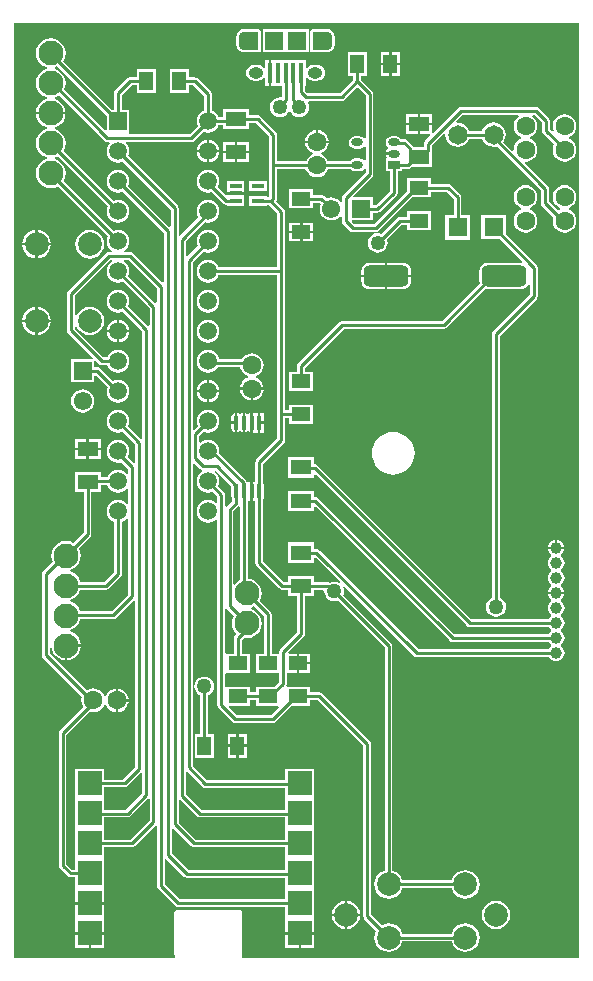
<source format=gtl>
G04*
G04 #@! TF.GenerationSoftware,Altium Limited,Altium Designer,20.2.3 (150)*
G04*
G04 Layer_Physical_Order=1*
G04 Layer_Color=255*
%FSLAX25Y25*%
%MOIN*%
G70*
G04*
G04 #@! TF.SameCoordinates,D19B94BB-EBBE-4459-9884-BF99FFBE0BA1*
G04*
G04*
G04 #@! TF.FilePolarity,Positive*
G04*
G01*
G75*
%ADD13C,0.00787*%
%ADD14C,0.01000*%
%ADD16O,0.03937X0.02598*%
%ADD17R,0.03937X0.02598*%
%ADD18R,0.06496X0.04724*%
%ADD19R,0.04724X0.06496*%
%ADD20R,0.08000X0.08000*%
%ADD21R,0.05906X0.06102*%
%ADD22R,0.01575X0.07087*%
%ADD23R,0.01575X0.05118*%
%ADD24O,0.01575X0.05118*%
%ADD25R,0.04134X0.01772*%
%ADD26R,0.07087X0.05118*%
%ADD27R,0.04724X0.06102*%
%ADD28R,0.04724X0.06102*%
%ADD29R,0.06496X0.06496*%
%ADD30C,0.06496*%
%ADD31C,0.07874*%
%ADD33C,0.05906*%
%ADD34R,0.05906X0.05906*%
%ADD35C,0.06102*%
%ADD36R,0.06102X0.06102*%
%ADD39O,0.03543X0.06102*%
%ADD40O,0.04921X0.03740*%
%ADD45R,0.06102X0.06102*%
%ADD46C,0.04921*%
%ADD47C,0.05000*%
%ADD48C,0.08268*%
G04:AMPARAMS|DCode=49|XSize=149.61mil|YSize=70.87mil|CornerRadius=17.72mil|HoleSize=0mil|Usage=FLASHONLY|Rotation=180.000|XOffset=0mil|YOffset=0mil|HoleType=Round|Shape=RoundedRectangle|*
%AMROUNDEDRECTD49*
21,1,0.14961,0.03543,0,0,180.0*
21,1,0.11417,0.07087,0,0,180.0*
1,1,0.03543,-0.05709,0.01772*
1,1,0.03543,0.05709,0.01772*
1,1,0.03543,0.05709,-0.01772*
1,1,0.03543,-0.05709,-0.01772*
%
%ADD49ROUNDEDRECTD49*%
%ADD50C,0.03937*%
%ADD51C,0.06299*%
G36*
X532677Y100000D02*
X420463D01*
X420315Y100421D01*
X420300Y100500D01*
X420466Y100748D01*
X420527Y101055D01*
Y115055D01*
X420466Y115362D01*
X420292Y115623D01*
X420032Y115797D01*
X419724Y115858D01*
X398724D01*
X398417Y115797D01*
X398157Y115623D01*
X397983Y115362D01*
X397922Y115055D01*
Y101055D01*
X397983Y100748D01*
X398148Y100500D01*
X398134Y100421D01*
X397986Y100000D01*
X344488D01*
Y411417D01*
X532677D01*
Y100000D01*
D02*
G37*
%LPC*%
G36*
X435157Y409469D02*
X434764D01*
X434657Y409469D01*
X427283D01*
Y401791D01*
X434657D01*
X434764Y401791D01*
X435157D01*
X435264Y401791D01*
X442638D01*
Y409469D01*
X435264D01*
X435157Y409469D01*
D02*
G37*
G36*
X448740Y409491D02*
X448689Y409484D01*
X444016D01*
X443709Y409423D01*
X443448Y409249D01*
X443274Y408988D01*
X443213Y408681D01*
Y402579D01*
X443274Y402272D01*
X443448Y402011D01*
X443709Y401837D01*
X444016Y401776D01*
X448690D01*
X448740Y401769D01*
X449408Y401857D01*
X450031Y402115D01*
X450565Y402525D01*
X450976Y403060D01*
X451233Y403682D01*
X451321Y404350D01*
Y406910D01*
X451233Y407578D01*
X450976Y408200D01*
X450565Y408735D01*
X450031Y409145D01*
X449408Y409403D01*
X448740Y409491D01*
D02*
G37*
G36*
X421181D02*
X420513Y409403D01*
X419890Y409145D01*
X419356Y408735D01*
X418946Y408200D01*
X418688Y407578D01*
X418600Y406910D01*
Y404350D01*
X418688Y403682D01*
X418946Y403060D01*
X419356Y402525D01*
X419890Y402115D01*
X420513Y401857D01*
X421181Y401769D01*
X421231Y401776D01*
X425906D01*
X426213Y401837D01*
X426473Y402011D01*
X426647Y402271D01*
X426708Y402579D01*
Y408681D01*
X426647Y408988D01*
X426473Y409249D01*
X426213Y409423D01*
X425906Y409484D01*
X421232D01*
X421181Y409491D01*
D02*
G37*
G36*
X473071Y401831D02*
X470315D01*
Y398189D01*
X473071D01*
Y401831D01*
D02*
G37*
G36*
X469528D02*
X466772D01*
Y398189D01*
X469528D01*
Y401831D01*
D02*
G37*
G36*
X429449Y399331D02*
X428268D01*
Y396852D01*
X427768Y396682D01*
X427604Y396895D01*
X427049Y397321D01*
X426402Y397589D01*
X425709Y397680D01*
X424528D01*
X423834Y397589D01*
X423187Y397321D01*
X422632Y396895D01*
X422206Y396340D01*
X421939Y395694D01*
X421847Y395000D01*
X421939Y394306D01*
X422206Y393660D01*
X422632Y393105D01*
X423187Y392679D01*
X423834Y392411D01*
X424528Y392320D01*
X425709D01*
X426402Y392411D01*
X427049Y392679D01*
X427604Y393105D01*
X427768Y393318D01*
X428268Y393148D01*
Y390669D01*
X429449D01*
Y395000D01*
Y399331D01*
D02*
G37*
G36*
X473071Y397402D02*
X470315D01*
Y393760D01*
X473071D01*
Y397402D01*
D02*
G37*
G36*
X469528D02*
X466772D01*
Y393760D01*
X469528D01*
Y397402D01*
D02*
G37*
G36*
X483701Y381260D02*
X479764D01*
Y378307D01*
X483701D01*
Y381260D01*
D02*
G37*
G36*
X478976D02*
X475039D01*
Y378307D01*
X478976D01*
Y381260D01*
D02*
G37*
G36*
Y377520D02*
X475039D01*
Y374567D01*
X478976D01*
Y377520D01*
D02*
G37*
G36*
X445827Y375848D02*
Y372323D01*
X449352D01*
X449269Y372957D01*
X448872Y373915D01*
X448241Y374737D01*
X447418Y375368D01*
X446461Y375765D01*
X445827Y375848D01*
D02*
G37*
G36*
X445039D02*
X444405Y375765D01*
X443448Y375368D01*
X442625Y374737D01*
X441994Y373915D01*
X441597Y372957D01*
X441514Y372323D01*
X445039D01*
Y375848D01*
D02*
G37*
G36*
X356693Y406460D02*
X355408Y406291D01*
X354211Y405795D01*
X353183Y405006D01*
X352394Y403978D01*
X351898Y402781D01*
X351729Y401496D01*
X351898Y400211D01*
X352394Y399014D01*
X353183Y397986D01*
X354211Y397197D01*
X355285Y396753D01*
X355285Y396752D01*
Y396240D01*
X355285Y396239D01*
X354211Y395795D01*
X353183Y395006D01*
X352394Y393978D01*
X351898Y392781D01*
X351729Y391496D01*
X351898Y390211D01*
X352394Y389014D01*
X353183Y387986D01*
X354211Y387197D01*
X355285Y386753D01*
X355285Y386752D01*
Y386240D01*
X355285Y386239D01*
X354211Y385795D01*
X353183Y385006D01*
X352394Y383978D01*
X351898Y382781D01*
X351781Y381890D01*
X356693D01*
X361605D01*
X361488Y382781D01*
X360992Y383978D01*
X360203Y385006D01*
X359175Y385795D01*
X358101Y386239D01*
X358101Y386240D01*
Y386752D01*
X358101Y386753D01*
X359175Y387197D01*
X359509Y387454D01*
X374658Y372304D01*
X375084Y372020D01*
X375587Y371920D01*
X376267D01*
X376376Y371597D01*
X376406Y371420D01*
X375828Y370666D01*
X375451Y369756D01*
X375322Y368779D01*
X375451Y367803D01*
X375828Y366893D01*
X376427Y366112D01*
X377208Y365512D01*
X378118Y365136D01*
X379095Y365007D01*
X380071Y365136D01*
X380644Y365373D01*
X396719Y349299D01*
Y343719D01*
X396219Y343511D01*
X382501Y357230D01*
X382738Y357803D01*
X382867Y358780D01*
X382738Y359756D01*
X382362Y360666D01*
X381762Y361447D01*
X380981Y362047D01*
X380071Y362423D01*
X379095Y362552D01*
X378118Y362423D01*
X377208Y362047D01*
X376427Y361447D01*
X375828Y360666D01*
X375451Y359756D01*
X375322Y358780D01*
X375451Y357803D01*
X375828Y356893D01*
X376427Y356112D01*
X377208Y355512D01*
X378118Y355136D01*
X379095Y355007D01*
X380071Y355136D01*
X380644Y355373D01*
X394357Y341661D01*
Y325136D01*
X393857Y324929D01*
X383999Y334786D01*
X383573Y335071D01*
X383071Y335171D01*
X381357D01*
X381187Y335671D01*
X381762Y336112D01*
X382362Y336893D01*
X382738Y337803D01*
X382867Y338779D01*
X382738Y339756D01*
X382362Y340666D01*
X381762Y341447D01*
X380981Y342046D01*
X380071Y342423D01*
X379095Y342552D01*
X378118Y342423D01*
X377656Y342232D01*
X360940Y358947D01*
X360992Y359014D01*
X361488Y360211D01*
X361657Y361496D01*
X361488Y362781D01*
X360992Y363978D01*
X360203Y365006D01*
X359175Y365795D01*
X358101Y366239D01*
X358101Y366240D01*
Y366752D01*
X358101Y366753D01*
X359035Y367140D01*
X375734Y350441D01*
X375451Y349756D01*
X375322Y348780D01*
X375451Y347803D01*
X375828Y346893D01*
X376427Y346112D01*
X377208Y345513D01*
X378118Y345136D01*
X379095Y345007D01*
X380071Y345136D01*
X380981Y345513D01*
X381762Y346112D01*
X382362Y346893D01*
X382738Y347803D01*
X382867Y348780D01*
X382738Y349756D01*
X382362Y350666D01*
X381762Y351447D01*
X380981Y352046D01*
X380071Y352423D01*
X379095Y352552D01*
X378118Y352423D01*
X377656Y352232D01*
X360940Y368947D01*
X360992Y369014D01*
X361488Y370211D01*
X361657Y371496D01*
X361488Y372781D01*
X360992Y373978D01*
X360203Y375006D01*
X359175Y375795D01*
X358101Y376239D01*
X358101Y376240D01*
Y376752D01*
X358101Y376753D01*
X359175Y377197D01*
X360203Y377986D01*
X360992Y379014D01*
X361488Y380211D01*
X361605Y381102D01*
X356693D01*
X351781D01*
X351898Y380211D01*
X352394Y379014D01*
X353183Y377986D01*
X354211Y377197D01*
X355285Y376753D01*
X355285Y376752D01*
Y376240D01*
X355285Y376239D01*
X354211Y375795D01*
X353183Y375006D01*
X352394Y373978D01*
X351898Y372781D01*
X351729Y371496D01*
X351898Y370211D01*
X352394Y369014D01*
X353183Y367986D01*
X354211Y367197D01*
X355285Y366753D01*
X355285Y366752D01*
Y366240D01*
X355285Y366239D01*
X354211Y365795D01*
X353183Y365006D01*
X352394Y363978D01*
X351898Y362781D01*
X351729Y361496D01*
X351898Y360211D01*
X352394Y359014D01*
X353183Y357986D01*
X354211Y357197D01*
X355408Y356701D01*
X356693Y356532D01*
X357978Y356701D01*
X359035Y357140D01*
X375734Y340441D01*
X375451Y339756D01*
X375322Y338779D01*
X375451Y337803D01*
X375828Y336893D01*
X376427Y336112D01*
X377002Y335671D01*
X376832Y335171D01*
X375984D01*
X375482Y335071D01*
X375056Y334786D01*
X362458Y322188D01*
X362173Y321762D01*
X362073Y321260D01*
Y309055D01*
X362173Y308553D01*
X362458Y308127D01*
X370695Y299890D01*
X370488Y299390D01*
X363484D01*
Y291713D01*
X371161D01*
Y293992D01*
X371661Y294199D01*
X375642Y290218D01*
X375451Y289756D01*
X375322Y288779D01*
X375451Y287803D01*
X375828Y286893D01*
X376427Y286112D01*
X377208Y285512D01*
X378118Y285136D01*
X379095Y285007D01*
X380071Y285136D01*
X380981Y285512D01*
X381762Y286112D01*
X382362Y286893D01*
X382738Y287803D01*
X382867Y288779D01*
X382738Y289756D01*
X382362Y290666D01*
X381762Y291447D01*
X380981Y292046D01*
X380071Y292423D01*
X379095Y292552D01*
X378118Y292423D01*
X377433Y292140D01*
X372975Y296597D01*
X372550Y296882D01*
X372047Y296982D01*
X371161D01*
Y298716D01*
X371661Y298923D01*
X372694Y297891D01*
X373120Y297606D01*
X373622Y297506D01*
X375574D01*
X375828Y296893D01*
X376427Y296112D01*
X377208Y295513D01*
X378118Y295136D01*
X379095Y295007D01*
X380071Y295136D01*
X380981Y295513D01*
X381762Y296112D01*
X382362Y296893D01*
X382738Y297803D01*
X382867Y298780D01*
X382738Y299756D01*
X382362Y300666D01*
X381762Y301447D01*
X380981Y302046D01*
X380071Y302423D01*
X379095Y302552D01*
X378118Y302423D01*
X377208Y302046D01*
X376427Y301447D01*
X375828Y300666D01*
X375606Y300132D01*
X374166D01*
X364699Y309599D01*
Y310591D01*
X365198Y310691D01*
X365558Y309822D01*
X366316Y308835D01*
X367302Y308078D01*
X368452Y307602D01*
X369685Y307439D01*
X370918Y307602D01*
X372068Y308078D01*
X373055Y308835D01*
X373812Y309822D01*
X374288Y310971D01*
X374450Y312205D01*
X374288Y313438D01*
X373812Y314587D01*
X373055Y315574D01*
X372068Y316332D01*
X370918Y316808D01*
X369685Y316970D01*
X368452Y316808D01*
X367302Y316332D01*
X366316Y315574D01*
X365558Y314587D01*
X365198Y313719D01*
X364699Y313818D01*
Y320716D01*
X376528Y332546D01*
X377107D01*
X377208Y332047D01*
X376427Y331447D01*
X375828Y330666D01*
X375451Y329756D01*
X375322Y328780D01*
X375451Y327803D01*
X375828Y326893D01*
X376427Y326112D01*
X377208Y325513D01*
X378118Y325136D01*
X379095Y325007D01*
X380071Y325136D01*
X380644Y325373D01*
X389632Y316385D01*
Y310805D01*
X389132Y310598D01*
X382501Y317230D01*
X382738Y317803D01*
X382867Y318779D01*
X382738Y319756D01*
X382362Y320666D01*
X381762Y321447D01*
X380981Y322046D01*
X380071Y322423D01*
X379095Y322552D01*
X378118Y322423D01*
X377208Y322046D01*
X376427Y321447D01*
X375828Y320666D01*
X375451Y319756D01*
X375322Y318779D01*
X375451Y317803D01*
X375828Y316893D01*
X376427Y316112D01*
X377208Y315512D01*
X378118Y315136D01*
X379095Y315007D01*
X380071Y315136D01*
X380644Y315373D01*
X387270Y308748D01*
Y273167D01*
X386770Y272960D01*
X382501Y277230D01*
X382738Y277803D01*
X382867Y278780D01*
X382738Y279756D01*
X382362Y280666D01*
X381762Y281447D01*
X380981Y282047D01*
X380071Y282423D01*
X379095Y282552D01*
X378118Y282423D01*
X377208Y282047D01*
X376427Y281447D01*
X375828Y280666D01*
X375451Y279756D01*
X375322Y278780D01*
X375451Y277803D01*
X375828Y276893D01*
X376427Y276112D01*
X377208Y275513D01*
X378118Y275136D01*
X379095Y275007D01*
X380071Y275136D01*
X380644Y275373D01*
X384908Y271110D01*
Y264900D01*
X384408Y264693D01*
X382295Y266806D01*
X382362Y266893D01*
X382738Y267803D01*
X382867Y268779D01*
X382738Y269756D01*
X382362Y270666D01*
X381762Y271447D01*
X380981Y272046D01*
X380071Y272423D01*
X379095Y272552D01*
X378118Y272423D01*
X377208Y272046D01*
X376427Y271447D01*
X375828Y270666D01*
X375451Y269756D01*
X375322Y268779D01*
X375451Y267803D01*
X375828Y266893D01*
X376427Y266112D01*
X377208Y265512D01*
X378118Y265136D01*
X379095Y265007D01*
X380071Y265136D01*
X380199Y265189D01*
X382546Y262842D01*
Y261247D01*
X382046Y261077D01*
X381762Y261447D01*
X380981Y262047D01*
X380071Y262423D01*
X379095Y262552D01*
X378118Y262423D01*
X377208Y262047D01*
X376427Y261447D01*
X375828Y260666D01*
X375590Y260092D01*
X373287D01*
Y261949D01*
X364626D01*
Y255256D01*
X367644D01*
Y241705D01*
X364265Y238326D01*
X363096Y238810D01*
X361811Y238980D01*
X360526Y238810D01*
X359329Y238315D01*
X358301Y237526D01*
X357512Y236498D01*
X357016Y235300D01*
X356847Y234016D01*
X357016Y232731D01*
X357316Y232007D01*
X354190Y228881D01*
X353905Y228455D01*
X353805Y227953D01*
Y200787D01*
X353905Y200285D01*
X354190Y199859D01*
X367099Y186950D01*
X367031Y186784D01*
X366895Y185756D01*
X367031Y184729D01*
X367427Y183771D01*
X367564Y183593D01*
X359702Y175731D01*
X359417Y175305D01*
X359317Y174803D01*
Y130709D01*
X359417Y130206D01*
X359702Y129780D01*
X362355Y127127D01*
X362781Y126842D01*
X363283Y126742D01*
X364937D01*
Y123343D01*
X364937Y123268D01*
Y122843D01*
X364937Y122768D01*
Y118449D01*
X369724D01*
X374512D01*
Y122768D01*
X374512Y122843D01*
Y123268D01*
X374512Y123343D01*
Y132843D01*
X374512D01*
Y133268D01*
X374512D01*
Y136742D01*
X383724D01*
X384227Y136842D01*
X384653Y137127D01*
X391494Y143969D01*
X391995Y143762D01*
Y124016D01*
X392094Y123513D01*
X392379Y123088D01*
X398284Y117182D01*
X398710Y116897D01*
X399213Y116798D01*
X434937D01*
Y113342D01*
X434937Y113268D01*
Y112843D01*
X434937Y112768D01*
Y108449D01*
X439724D01*
X444512D01*
Y112768D01*
X444512Y112843D01*
Y113268D01*
X444512Y113342D01*
Y122843D01*
X444512D01*
Y123268D01*
X444512D01*
Y132843D01*
X444512D01*
Y133268D01*
X444512D01*
Y142842D01*
X444512D01*
Y143268D01*
X444512D01*
Y152842D01*
X444512D01*
Y153268D01*
X444512D01*
Y162843D01*
X434937D01*
Y159187D01*
X408811D01*
X403990Y164008D01*
Y264760D01*
X404452Y264952D01*
X406552Y262851D01*
X406978Y262567D01*
X407099Y262543D01*
X407181Y262173D01*
X407172Y262018D01*
X406427Y261447D01*
X405828Y260666D01*
X405451Y259756D01*
X405322Y258780D01*
X405451Y257803D01*
X405828Y256893D01*
X406427Y256112D01*
X407208Y255512D01*
X408118Y255136D01*
X409094Y255007D01*
X410071Y255136D01*
X410644Y255373D01*
X412231Y253787D01*
Y251606D01*
X411943Y251508D01*
X411731Y251471D01*
X410981Y252046D01*
X410071Y252423D01*
X409094Y252552D01*
X408118Y252423D01*
X407208Y252046D01*
X406427Y251447D01*
X405828Y250666D01*
X405451Y249756D01*
X405322Y248780D01*
X405451Y247803D01*
X405828Y246893D01*
X406427Y246112D01*
X407208Y245513D01*
X408118Y245136D01*
X409094Y245007D01*
X410071Y245136D01*
X410981Y245513D01*
X411731Y246088D01*
X411943Y246051D01*
X412231Y245953D01*
Y184173D01*
X412331Y183671D01*
X412615Y183245D01*
X417300Y178560D01*
X417726Y178276D01*
X418228Y178176D01*
X430650D01*
X431152Y178276D01*
X431578Y178560D01*
X436994Y183976D01*
X443209D01*
Y185813D01*
X445716D01*
X460892Y170637D01*
Y113779D01*
X460992Y113277D01*
X461277Y112851D01*
X465132Y108996D01*
X464688Y107926D01*
X464526Y106693D01*
X464688Y105460D01*
X465165Y104310D01*
X465922Y103323D01*
X466909Y102566D01*
X468058Y102090D01*
X469291Y101928D01*
X470525Y102090D01*
X471674Y102566D01*
X472661Y103323D01*
X473418Y104310D01*
X473861Y105380D01*
X490312D01*
X490755Y104310D01*
X491512Y103323D01*
X492499Y102566D01*
X493649Y102090D01*
X494882Y101928D01*
X496115Y102090D01*
X497264Y102566D01*
X498251Y103323D01*
X499009Y104310D01*
X499485Y105460D01*
X499647Y106693D01*
X499485Y107926D01*
X499009Y109075D01*
X498251Y110062D01*
X497264Y110820D01*
X496115Y111296D01*
X494882Y111458D01*
X493649Y111296D01*
X492499Y110820D01*
X491512Y110062D01*
X490755Y109075D01*
X490312Y108005D01*
X473861D01*
X473418Y109075D01*
X472661Y110062D01*
X471674Y110820D01*
X470525Y111296D01*
X469291Y111458D01*
X468058Y111296D01*
X466988Y110853D01*
X463517Y114323D01*
Y171181D01*
X463417Y171683D01*
X463133Y172109D01*
X447188Y188054D01*
X446762Y188339D01*
X446260Y188439D01*
X443209D01*
Y190276D01*
X435534D01*
X435416Y190407D01*
X435212Y190776D01*
X435289Y191161D01*
Y195000D01*
X438779D01*
Y198150D01*
Y201299D01*
X436014D01*
X435822Y201761D01*
X441086Y207025D01*
X441370Y207451D01*
X441470Y207953D01*
Y220669D01*
X444488D01*
Y222703D01*
X447573D01*
X447902Y222327D01*
X447865Y222047D01*
X447978Y221189D01*
X448310Y220389D01*
X448837Y219703D01*
X449523Y219176D01*
X450323Y218845D01*
X451181Y218731D01*
X452039Y218845D01*
X452385Y218987D01*
X467979Y203393D01*
Y128979D01*
X466909Y128536D01*
X465922Y127779D01*
X465165Y126792D01*
X464688Y125643D01*
X464526Y124409D01*
X464688Y123176D01*
X465165Y122027D01*
X465922Y121040D01*
X466909Y120283D01*
X468058Y119807D01*
X469291Y119644D01*
X470525Y119807D01*
X471674Y120283D01*
X472661Y121040D01*
X473418Y122027D01*
X473861Y123097D01*
X490312D01*
X490755Y122027D01*
X491512Y121040D01*
X492499Y120283D01*
X493649Y119807D01*
X494882Y119644D01*
X496115Y119807D01*
X497264Y120283D01*
X498251Y121040D01*
X499009Y122027D01*
X499485Y123176D01*
X499647Y124409D01*
X499485Y125643D01*
X499009Y126792D01*
X498251Y127779D01*
X497264Y128536D01*
X496115Y129012D01*
X494882Y129175D01*
X493649Y129012D01*
X492499Y128536D01*
X491512Y127779D01*
X490755Y126792D01*
X490312Y125722D01*
X473861D01*
X473418Y126792D01*
X472661Y127779D01*
X471674Y128536D01*
X470604Y128979D01*
Y203937D01*
X470504Y204439D01*
X470220Y204865D01*
X454241Y220844D01*
X454384Y221189D01*
X454497Y222047D01*
X454384Y222905D01*
X454053Y223705D01*
X454449Y224009D01*
X477812Y200647D01*
X478238Y200362D01*
X478740Y200262D01*
X522758D01*
X522790Y200185D01*
X523231Y199609D01*
X523807Y199168D01*
X524477Y198890D01*
X525197Y198795D01*
X525916Y198890D01*
X526587Y199168D01*
X527162Y199609D01*
X527604Y200185D01*
X527882Y200855D01*
X527977Y201575D01*
X527882Y202294D01*
X527604Y202965D01*
X527162Y203540D01*
X526869Y203765D01*
Y204384D01*
X527162Y204609D01*
X527604Y205185D01*
X527882Y205855D01*
X527977Y206575D01*
X527882Y207294D01*
X527604Y207965D01*
X527162Y208540D01*
X526869Y208765D01*
Y209384D01*
X527162Y209609D01*
X527604Y210185D01*
X527882Y210855D01*
X527977Y211575D01*
X527882Y212294D01*
X527604Y212965D01*
X527162Y213540D01*
X526869Y213765D01*
Y214385D01*
X527162Y214609D01*
X527604Y215185D01*
X527882Y215855D01*
X527977Y216575D01*
X527882Y217294D01*
X527604Y217965D01*
X527162Y218540D01*
X526869Y218765D01*
Y219385D01*
X527162Y219609D01*
X527604Y220185D01*
X527882Y220855D01*
X527925Y221181D01*
X525197D01*
X522469D01*
X522512Y220855D01*
X522790Y220185D01*
X523231Y219609D01*
X523524Y219385D01*
Y218765D01*
X523231Y218540D01*
X522790Y217965D01*
X522512Y217294D01*
X522417Y216575D01*
X522512Y215855D01*
X522790Y215185D01*
X523231Y214609D01*
X523524Y214385D01*
Y213765D01*
X523231Y213540D01*
X522790Y212965D01*
X522758Y212887D01*
X496843D01*
X445543Y264187D01*
X445117Y264472D01*
X444615Y264572D01*
X444488D01*
Y266732D01*
X435827D01*
Y260039D01*
X444488D01*
Y260876D01*
X444950Y261068D01*
X495371Y210647D01*
X495797Y210362D01*
X496299Y210262D01*
X522758D01*
X522790Y210185D01*
X523231Y209609D01*
X523524Y209384D01*
Y208765D01*
X523231Y208540D01*
X522790Y207965D01*
X522758Y207887D01*
X491213D01*
X445810Y253290D01*
X445384Y253575D01*
X444882Y253675D01*
X444488D01*
Y255709D01*
X435827D01*
Y249016D01*
X444488D01*
Y250246D01*
X444950Y250438D01*
X489741Y205647D01*
X490167Y205362D01*
X490669Y205262D01*
X522758D01*
X522790Y205185D01*
X523231Y204609D01*
X523524Y204384D01*
Y203765D01*
X523231Y203540D01*
X522790Y202965D01*
X522758Y202887D01*
X479284D01*
X446204Y235967D01*
X445778Y236252D01*
X445276Y236352D01*
X444488D01*
Y238386D01*
X435827D01*
Y231693D01*
X444488D01*
Y233263D01*
X444988Y233470D01*
X453143Y225315D01*
X452839Y224919D01*
X452039Y225250D01*
X451181Y225363D01*
X450323Y225250D01*
X449685Y224986D01*
X449321Y225229D01*
X448819Y225328D01*
X444488D01*
Y227362D01*
X435827D01*
Y225328D01*
X434402D01*
X427494Y232237D01*
Y252870D01*
X427665Y253126D01*
X427787Y253740D01*
Y257283D01*
X427665Y257898D01*
X427494Y258154D01*
Y264614D01*
X434393Y271513D01*
X434677Y271939D01*
X434777Y272441D01*
Y279790D01*
X436122D01*
Y277953D01*
X444193D01*
Y284252D01*
X436122D01*
Y282415D01*
X434777D01*
Y328740D01*
Y348661D01*
X434677Y349164D01*
X434393Y349590D01*
X431817Y352165D01*
X431834Y352182D01*
X432118Y352608D01*
X432218Y353110D01*
Y363018D01*
X441601D01*
X441994Y362070D01*
X442625Y361247D01*
X443448Y360616D01*
X444405Y360220D01*
X445433Y360084D01*
X446461Y360220D01*
X447418Y360616D01*
X448241Y361247D01*
X448872Y362070D01*
X449192Y362841D01*
X456603D01*
X456665Y362748D01*
X457355Y362286D01*
X458169Y362124D01*
X459508D01*
X460322Y362286D01*
X461012Y362748D01*
X461140Y362939D01*
X461640Y362787D01*
Y361646D01*
X454190Y354196D01*
X453905Y353770D01*
X453805Y353268D01*
Y352133D01*
X453305Y351963D01*
X453013Y352344D01*
X452211Y352959D01*
X451278Y353346D01*
X450276Y353478D01*
X449273Y353346D01*
X448650Y353088D01*
X447857Y353881D01*
X447432Y354166D01*
X446929Y354265D01*
X444272D01*
Y356063D01*
X436201D01*
Y349764D01*
X444272D01*
Y351640D01*
X446385D01*
X446794Y351232D01*
X446536Y350608D01*
X446404Y349606D01*
X446536Y348604D01*
X446923Y347670D01*
X447538Y346869D01*
X448340Y346253D01*
X449273Y345866D01*
X450276Y345735D01*
X451278Y345866D01*
X452211Y346253D01*
X453013Y346869D01*
X453305Y347249D01*
X453805Y347080D01*
Y345394D01*
X453905Y344891D01*
X454190Y344465D01*
X456355Y342300D01*
X456781Y342016D01*
X457283Y341916D01*
X465020D01*
X465522Y342016D01*
X465948Y342300D01*
X477191Y353543D01*
X483405D01*
Y355301D01*
X488629D01*
X490971Y352960D01*
Y347441D01*
X488248D01*
Y339370D01*
X496319D01*
Y347441D01*
X493596D01*
Y353504D01*
X493496Y354006D01*
X493212Y354432D01*
X490101Y357542D01*
X489676Y357827D01*
X489173Y357927D01*
X483405D01*
Y359842D01*
X475335D01*
Y355400D01*
X464476Y344541D01*
X457827D01*
X457062Y345306D01*
X457254Y345768D01*
X464114D01*
Y348294D01*
X465590D01*
X466093Y348394D01*
X466519Y348678D01*
X471952Y354111D01*
X472236Y354537D01*
X472336Y355039D01*
Y362165D01*
X473858D01*
Y362939D01*
X475748D01*
X476250Y363039D01*
X476676Y363324D01*
X476896Y363543D01*
X483701D01*
Y368822D01*
X483726Y368949D01*
Y370807D01*
X487781Y374862D01*
X488255Y374629D01*
X488213Y374311D01*
X488352Y373258D01*
X488759Y372276D01*
X489405Y371433D01*
X490248Y370786D01*
X491230Y370379D01*
X492283Y370241D01*
X493337Y370379D01*
X494319Y370786D01*
X495162Y371433D01*
X495808Y372276D01*
X496116Y373018D01*
X500475D01*
X500766Y372315D01*
X501413Y371472D01*
X502256Y370826D01*
X503238Y370419D01*
X504291Y370280D01*
X505345Y370419D01*
X505385Y370436D01*
X520105Y355716D01*
Y351535D01*
X520205Y351033D01*
X520489Y350607D01*
X524200Y346897D01*
X524117Y346697D01*
X523982Y345669D01*
X524117Y344641D01*
X524514Y343684D01*
X525145Y342861D01*
X525967Y342230D01*
X526925Y341834D01*
X527953Y341698D01*
X528980Y341834D01*
X529938Y342230D01*
X530761Y342861D01*
X531392Y343684D01*
X531788Y344641D01*
X531924Y345669D01*
X531788Y346697D01*
X531392Y347655D01*
X530761Y348477D01*
X529938Y349108D01*
X529389Y349336D01*
Y349877D01*
X529938Y350104D01*
X530761Y350735D01*
X531392Y351558D01*
X531788Y352516D01*
X531924Y353543D01*
X531788Y354571D01*
X531392Y355529D01*
X530761Y356351D01*
X529938Y356982D01*
X528980Y357379D01*
X527953Y357514D01*
X526925Y357379D01*
X525967Y356982D01*
X525145Y356351D01*
X524514Y355529D01*
X524117Y354571D01*
X523982Y353543D01*
X524117Y352516D01*
X524514Y351558D01*
X525145Y350735D01*
X525967Y350104D01*
X526516Y349877D01*
Y349336D01*
X525967Y349108D01*
X525816Y348993D01*
X522730Y352079D01*
Y356260D01*
X522630Y356762D01*
X522345Y357188D01*
X514650Y364884D01*
X514871Y365332D01*
X514961Y365320D01*
X515988Y365456D01*
X516946Y365852D01*
X517768Y366483D01*
X518400Y367306D01*
X518796Y368264D01*
X518932Y369291D01*
X518796Y370319D01*
X518400Y371277D01*
X517768Y372099D01*
X516946Y372730D01*
X516397Y372958D01*
Y373499D01*
X516946Y373726D01*
X517768Y374358D01*
X518400Y375180D01*
X518796Y376138D01*
X518932Y377165D01*
X518796Y378193D01*
X518400Y379151D01*
X517768Y379973D01*
X517171Y380432D01*
X517341Y380931D01*
X517960D01*
X520420Y378472D01*
Y375630D01*
X520520Y375128D01*
X520804Y374702D01*
X524430Y371076D01*
X524117Y370319D01*
X523982Y369291D01*
X524117Y368264D01*
X524514Y367306D01*
X525145Y366483D01*
X525967Y365852D01*
X526925Y365456D01*
X527953Y365320D01*
X528980Y365456D01*
X529938Y365852D01*
X530761Y366483D01*
X531392Y367306D01*
X531788Y368264D01*
X531924Y369291D01*
X531788Y370319D01*
X531392Y371277D01*
X530761Y372099D01*
X529938Y372730D01*
X529389Y372958D01*
Y373499D01*
X529938Y373726D01*
X530761Y374358D01*
X531392Y375180D01*
X531788Y376138D01*
X531924Y377165D01*
X531788Y378193D01*
X531392Y379151D01*
X530761Y379973D01*
X529938Y380604D01*
X528980Y381001D01*
X527953Y381136D01*
X526925Y381001D01*
X525967Y380604D01*
X525145Y379973D01*
X524514Y379151D01*
X524117Y378193D01*
X523982Y377165D01*
X524117Y376138D01*
X524350Y375576D01*
X523926Y375293D01*
X523045Y376174D01*
Y379016D01*
X522945Y379518D01*
X522660Y379944D01*
X519432Y383172D01*
X519006Y383457D01*
X518504Y383557D01*
X493307D01*
X492805Y383457D01*
X492379Y383172D01*
X484201Y374994D01*
X483701Y375201D01*
Y377520D01*
X479764D01*
Y374567D01*
X483067D01*
X483274Y374067D01*
X481485Y372279D01*
X481201Y371853D01*
X481101Y371350D01*
Y370236D01*
X477563D01*
X477539Y370357D01*
X477255Y370782D01*
X475493Y372544D01*
X475067Y372829D01*
X474565Y372929D01*
X473482D01*
X473276Y373237D01*
X472586Y373698D01*
X471772Y373860D01*
X470433D01*
X469619Y373698D01*
X468929Y373237D01*
X468468Y372547D01*
X468306Y371732D01*
X468468Y370918D01*
X468929Y370228D01*
X469102Y370112D01*
Y369612D01*
X468929Y369496D01*
X468468Y368806D01*
X468384Y368386D01*
X471102D01*
Y367598D01*
X468384D01*
X468468Y367178D01*
X468694Y366839D01*
X468427Y366339D01*
X468347D01*
Y362165D01*
X469711D01*
Y355583D01*
X465047Y350919D01*
X464114D01*
Y353445D01*
X457805D01*
X457614Y353907D01*
X463881Y360174D01*
X464165Y360600D01*
X464265Y361102D01*
Y388032D01*
X464165Y388534D01*
X463881Y388960D01*
X460210Y392630D01*
Y393760D01*
X462047D01*
Y401831D01*
X455748D01*
Y393760D01*
X457585D01*
Y392630D01*
X453078Y388124D01*
X442276D01*
X441391Y389008D01*
Y390669D01*
X441653D01*
Y393148D01*
X442154Y393318D01*
X442317Y393105D01*
X442872Y392679D01*
X443519Y392411D01*
X444213Y392320D01*
X445394D01*
X446087Y392411D01*
X446734Y392679D01*
X447289Y393105D01*
X447715Y393660D01*
X447983Y394306D01*
X448074Y395000D01*
X447983Y395694D01*
X447715Y396340D01*
X447289Y396895D01*
X446734Y397321D01*
X446087Y397589D01*
X445394Y397680D01*
X444213D01*
X443519Y397589D01*
X442872Y397321D01*
X442317Y396895D01*
X442154Y396682D01*
X441653Y396852D01*
Y399331D01*
X430236D01*
Y395000D01*
Y390669D01*
X433932D01*
Y387132D01*
X433432Y386693D01*
X433071Y386741D01*
X432223Y386629D01*
X431433Y386302D01*
X430754Y385781D01*
X430234Y385103D01*
X429906Y384313D01*
X429795Y383465D01*
X429906Y382617D01*
X430234Y381826D01*
X430754Y381148D01*
X431433Y380627D01*
X432223Y380300D01*
X433071Y380188D01*
X433919Y380300D01*
X434709Y380627D01*
X435387Y381148D01*
X435908Y381826D01*
X436048Y382165D01*
X436589D01*
X436730Y381826D01*
X437250Y381148D01*
X437929Y380627D01*
X438719Y380300D01*
X439567Y380188D01*
X440415Y380300D01*
X441205Y380627D01*
X441883Y381148D01*
X442404Y381826D01*
X442731Y382617D01*
X442843Y383465D01*
X442731Y384313D01*
X442447Y384998D01*
X442662Y385498D01*
X453622D01*
X454124Y385598D01*
X454550Y385883D01*
X458898Y390230D01*
X461640Y387488D01*
Y373197D01*
X461140Y373045D01*
X461012Y373237D01*
X460322Y373698D01*
X459508Y373860D01*
X458169D01*
X457355Y373698D01*
X456665Y373237D01*
X456204Y372547D01*
X456042Y371732D01*
X456204Y370918D01*
X456665Y370228D01*
X457355Y369767D01*
X458169Y369605D01*
X459508D01*
X460322Y369767D01*
X461012Y370228D01*
X461140Y370419D01*
X461640Y370268D01*
Y365717D01*
X461140Y365565D01*
X461012Y365756D01*
X460322Y366217D01*
X459508Y366379D01*
X458169D01*
X457355Y366217D01*
X456665Y365756D01*
X456471Y365466D01*
X449110D01*
X448872Y366041D01*
X448241Y366863D01*
X447418Y367494D01*
X446869Y367722D01*
Y368263D01*
X447418Y368490D01*
X448241Y369121D01*
X448872Y369944D01*
X449269Y370901D01*
X449352Y371535D01*
X445433D01*
X441514D01*
X441597Y370901D01*
X441994Y369944D01*
X442625Y369121D01*
X443448Y368490D01*
X443997Y368263D01*
Y367722D01*
X443448Y367494D01*
X442625Y366863D01*
X441994Y366041D01*
X441830Y365643D01*
X432218D01*
Y374291D01*
X432118Y374794D01*
X431834Y375219D01*
X426597Y380456D01*
X426172Y380740D01*
X425669Y380840D01*
X422835D01*
Y382874D01*
X414173D01*
Y380092D01*
X412599D01*
X412361Y380666D01*
X411762Y381447D01*
X410981Y382047D01*
X410407Y382284D01*
Y387756D01*
X410307Y388258D01*
X410023Y388684D01*
X405653Y393054D01*
X405227Y393339D01*
X404724Y393439D01*
X402756D01*
Y396161D01*
X396457D01*
Y388090D01*
X402756D01*
Y390813D01*
X404181D01*
X407782Y387212D01*
Y382284D01*
X407208Y382047D01*
X406427Y381447D01*
X405828Y380666D01*
X405451Y379756D01*
X405322Y378780D01*
X405451Y377803D01*
X405688Y377230D01*
X403004Y374545D01*
X382848D01*
X382835Y375039D01*
X382835D01*
Y382520D01*
X380407D01*
Y387606D01*
X383615Y390813D01*
X385433D01*
Y388090D01*
X391732D01*
Y396161D01*
X385433D01*
Y393439D01*
X383071D01*
X382569Y393339D01*
X382143Y393054D01*
X378166Y389078D01*
X377882Y388652D01*
X377782Y388150D01*
Y382520D01*
X377211D01*
X360872Y398858D01*
X360992Y399014D01*
X361488Y400211D01*
X361657Y401496D01*
X361488Y402781D01*
X360992Y403978D01*
X360203Y405006D01*
X359175Y405795D01*
X357978Y406291D01*
X356693Y406460D01*
D02*
G37*
G36*
X483405Y348819D02*
X475335D01*
Y346982D01*
X473189D01*
X472687Y346882D01*
X472261Y346597D01*
X466921Y341258D01*
X466596Y341393D01*
X465748Y341504D01*
X464900Y341393D01*
X464110Y341066D01*
X463432Y340545D01*
X462911Y339866D01*
X462584Y339076D01*
X462472Y338228D01*
X462584Y337380D01*
X462911Y336590D01*
X463432Y335912D01*
X464110Y335391D01*
X464900Y335064D01*
X465748Y334952D01*
X466596Y335064D01*
X467386Y335391D01*
X468064Y335912D01*
X468585Y336590D01*
X468913Y337380D01*
X469024Y338228D01*
X468913Y339076D01*
X468778Y339402D01*
X473733Y344357D01*
X475335D01*
Y342520D01*
X483405D01*
Y348819D01*
D02*
G37*
G36*
X444272Y345039D02*
X440630D01*
Y342284D01*
X444272D01*
Y345039D01*
D02*
G37*
G36*
X439843D02*
X436201D01*
Y342284D01*
X439843D01*
Y345039D01*
D02*
G37*
G36*
X514961Y357514D02*
X513933Y357379D01*
X512975Y356982D01*
X512153Y356351D01*
X511522Y355529D01*
X511125Y354571D01*
X510990Y353543D01*
X511125Y352516D01*
X511522Y351558D01*
X512153Y350735D01*
X512975Y350104D01*
X513524Y349877D01*
Y349336D01*
X512975Y349108D01*
X512153Y348477D01*
X511522Y347655D01*
X511125Y346697D01*
X510990Y345669D01*
X511125Y344641D01*
X511522Y343684D01*
X512153Y342861D01*
X512975Y342230D01*
X513933Y341834D01*
X514961Y341698D01*
X515988Y341834D01*
X516946Y342230D01*
X517768Y342861D01*
X518400Y343684D01*
X518796Y344641D01*
X518932Y345669D01*
X518796Y346697D01*
X518400Y347655D01*
X517768Y348477D01*
X516946Y349108D01*
X516397Y349336D01*
Y349877D01*
X516946Y350104D01*
X517768Y350735D01*
X518400Y351558D01*
X518796Y352516D01*
X518932Y353543D01*
X518796Y354571D01*
X518400Y355529D01*
X517768Y356351D01*
X516946Y356982D01*
X515988Y357379D01*
X514961Y357514D01*
D02*
G37*
G36*
X444272Y341496D02*
X440630D01*
Y338740D01*
X444272D01*
Y341496D01*
D02*
G37*
G36*
X439843D02*
X436201D01*
Y338740D01*
X439843D01*
Y341496D01*
D02*
G37*
G36*
X352362Y342509D02*
Y338189D01*
X356682D01*
X356571Y339029D01*
X356095Y340178D01*
X355338Y341165D01*
X354351Y341922D01*
X353202Y342398D01*
X352362Y342509D01*
D02*
G37*
G36*
X351575D02*
X350735Y342398D01*
X349586Y341922D01*
X348599Y341165D01*
X347842Y340178D01*
X347366Y339029D01*
X347255Y338189D01*
X351575D01*
Y342509D01*
D02*
G37*
G36*
Y337402D02*
X347255D01*
X347366Y336562D01*
X347842Y335413D01*
X348599Y334426D01*
X349586Y333668D01*
X350735Y333192D01*
X351575Y333082D01*
Y337402D01*
D02*
G37*
G36*
X356682D02*
X352362D01*
Y333082D01*
X353202Y333192D01*
X354351Y333668D01*
X355338Y334426D01*
X356095Y335413D01*
X356571Y336562D01*
X356682Y337402D01*
D02*
G37*
G36*
X369685Y342560D02*
X368452Y342398D01*
X367302Y341922D01*
X366316Y341165D01*
X365558Y340178D01*
X365082Y339029D01*
X364920Y337795D01*
X365082Y336562D01*
X365558Y335413D01*
X366316Y334426D01*
X367302Y333668D01*
X368452Y333192D01*
X369685Y333030D01*
X370918Y333192D01*
X372068Y333668D01*
X373055Y334426D01*
X373812Y335413D01*
X374288Y336562D01*
X374450Y337795D01*
X374288Y339029D01*
X373812Y340178D01*
X373055Y341165D01*
X372068Y341922D01*
X370918Y342398D01*
X369685Y342560D01*
D02*
G37*
G36*
X508327Y347480D02*
X500256D01*
Y339409D01*
X506470D01*
X513899Y331981D01*
X513666Y331507D01*
X513583Y331518D01*
X502165D01*
X501497Y331430D01*
X500875Y331172D01*
X500340Y330762D01*
X499930Y330228D01*
X499672Y329605D01*
X499584Y328937D01*
Y325394D01*
X499669Y324753D01*
X487252Y312336D01*
X453937D01*
X453435Y312236D01*
X453009Y311952D01*
X439229Y298172D01*
X438945Y297746D01*
X438845Y297244D01*
Y295276D01*
X436122D01*
Y288976D01*
X444193D01*
Y295276D01*
X441470D01*
Y296700D01*
X454481Y309711D01*
X487795D01*
X488298Y309811D01*
X488723Y310096D01*
X501525Y322897D01*
X502165Y322813D01*
X513583D01*
X514251Y322901D01*
X514873Y323158D01*
X515408Y323569D01*
X515818Y324103D01*
X515904Y324310D01*
X516404Y324211D01*
Y321016D01*
X504190Y308802D01*
X503905Y308376D01*
X503805Y307874D01*
Y219944D01*
X503460Y219801D01*
X502774Y219274D01*
X502247Y218587D01*
X501915Y217787D01*
X501802Y216929D01*
X501915Y216071D01*
X502247Y215271D01*
X502774Y214584D01*
X503460Y214058D01*
X504260Y213726D01*
X505118Y213613D01*
X505976Y213726D01*
X506776Y214058D01*
X507463Y214584D01*
X507990Y215271D01*
X508321Y216071D01*
X508434Y216929D01*
X508321Y217787D01*
X507990Y218587D01*
X507463Y219274D01*
X506776Y219801D01*
X506431Y219944D01*
Y307330D01*
X518645Y319544D01*
X518929Y319970D01*
X519029Y320472D01*
Y330020D01*
X518929Y330522D01*
X518645Y330948D01*
X508327Y341266D01*
Y347480D01*
D02*
G37*
G36*
X474213Y331518D02*
X468898D01*
Y327559D01*
X476794D01*
Y328937D01*
X476706Y329605D01*
X476448Y330228D01*
X476038Y330762D01*
X475503Y331172D01*
X474881Y331430D01*
X474213Y331518D01*
D02*
G37*
G36*
X468110D02*
X462795D01*
X462127Y331430D01*
X461505Y331172D01*
X460970Y330762D01*
X460560Y330228D01*
X460302Y329605D01*
X460214Y328937D01*
Y327559D01*
X468110D01*
Y331518D01*
D02*
G37*
G36*
X476794Y326772D02*
X468898D01*
Y322813D01*
X474213D01*
X474881Y322901D01*
X475503Y323158D01*
X476038Y323569D01*
X476448Y324103D01*
X476706Y324726D01*
X476794Y325394D01*
Y326772D01*
D02*
G37*
G36*
X468110D02*
X460214D01*
Y325394D01*
X460302Y324726D01*
X460560Y324103D01*
X460970Y323569D01*
X461505Y323158D01*
X462127Y322901D01*
X462795Y322813D01*
X468110D01*
Y326772D01*
D02*
G37*
G36*
X352362Y316918D02*
Y312598D01*
X356682D01*
X356571Y313438D01*
X356095Y314587D01*
X355338Y315574D01*
X354351Y316332D01*
X353202Y316808D01*
X352362Y316918D01*
D02*
G37*
G36*
X351575D02*
X350735Y316808D01*
X349586Y316332D01*
X348599Y315574D01*
X347842Y314587D01*
X347366Y313438D01*
X347255Y312598D01*
X351575D01*
Y316918D01*
D02*
G37*
G36*
X379488Y312500D02*
Y309173D01*
X382815D01*
X382738Y309756D01*
X382362Y310666D01*
X381762Y311447D01*
X380981Y312047D01*
X380071Y312423D01*
X379488Y312500D01*
D02*
G37*
G36*
X378701D02*
X378118Y312423D01*
X377208Y312047D01*
X376427Y311447D01*
X375828Y310666D01*
X375451Y309756D01*
X375374Y309173D01*
X378701D01*
Y312500D01*
D02*
G37*
G36*
X351575Y311811D02*
X347255D01*
X347366Y310971D01*
X347842Y309822D01*
X348599Y308835D01*
X349586Y308078D01*
X350735Y307602D01*
X351575Y307491D01*
Y311811D01*
D02*
G37*
G36*
X356682D02*
X352362D01*
Y307491D01*
X353202Y307602D01*
X354351Y308078D01*
X355338Y308835D01*
X356095Y309822D01*
X356571Y310971D01*
X356682Y311811D01*
D02*
G37*
G36*
X382815Y308386D02*
X379488D01*
Y305059D01*
X380071Y305136D01*
X380981Y305512D01*
X381762Y306112D01*
X382362Y306893D01*
X382738Y307803D01*
X382815Y308386D01*
D02*
G37*
G36*
X378701D02*
X375374D01*
X375451Y307803D01*
X375828Y306893D01*
X376427Y306112D01*
X377208Y305512D01*
X378118Y305136D01*
X378701Y305059D01*
Y308386D01*
D02*
G37*
G36*
X367323Y289423D02*
X366321Y289291D01*
X365387Y288904D01*
X364585Y288289D01*
X363970Y287487D01*
X363583Y286553D01*
X363451Y285551D01*
X363583Y284549D01*
X363970Y283615D01*
X364585Y282814D01*
X365387Y282198D01*
X366321Y281811D01*
X367323Y281680D01*
X368325Y281811D01*
X369259Y282198D01*
X370060Y282814D01*
X370676Y283615D01*
X371063Y284549D01*
X371195Y285551D01*
X371063Y286553D01*
X370676Y287487D01*
X370060Y288289D01*
X369259Y288904D01*
X368325Y289291D01*
X367323Y289423D01*
D02*
G37*
G36*
X373287Y272972D02*
X369350D01*
Y270020D01*
X373287D01*
Y272972D01*
D02*
G37*
G36*
X368563D02*
X364626D01*
Y270020D01*
X368563D01*
Y272972D01*
D02*
G37*
G36*
X373287Y269232D02*
X369350D01*
Y266280D01*
X373287D01*
Y269232D01*
D02*
G37*
G36*
X368563D02*
X364626D01*
Y266280D01*
X368563D01*
Y269232D01*
D02*
G37*
G36*
X470866Y275231D02*
X469477Y275094D01*
X468141Y274689D01*
X466910Y274031D01*
X465831Y273146D01*
X464945Y272066D01*
X464287Y270835D01*
X463882Y269499D01*
X463745Y268110D01*
X463882Y266721D01*
X464287Y265385D01*
X464945Y264154D01*
X465831Y263075D01*
X466910Y262189D01*
X468141Y261531D01*
X469477Y261126D01*
X470866Y260989D01*
X472255Y261126D01*
X473591Y261531D01*
X474822Y262189D01*
X475901Y263075D01*
X476787Y264154D01*
X477445Y265385D01*
X477850Y266721D01*
X477987Y268110D01*
X477850Y269499D01*
X477445Y270835D01*
X476787Y272066D01*
X475901Y273146D01*
X474822Y274031D01*
X473591Y274689D01*
X472255Y275094D01*
X470866Y275231D01*
D02*
G37*
G36*
X525591Y239303D02*
Y236968D01*
X527925D01*
X527882Y237294D01*
X527604Y237965D01*
X527162Y238540D01*
X526587Y238982D01*
X525916Y239260D01*
X525591Y239303D01*
D02*
G37*
G36*
X524803Y239303D02*
X524477Y239260D01*
X523807Y238982D01*
X523231Y238540D01*
X522790Y237965D01*
X522512Y237294D01*
X522469Y236968D01*
X524803D01*
Y239303D01*
D02*
G37*
G36*
X527925Y236181D02*
X525197D01*
X522469D01*
X522512Y235855D01*
X522790Y235185D01*
X523231Y234609D01*
X523524Y234384D01*
Y233765D01*
X523231Y233540D01*
X522790Y232965D01*
X522512Y232294D01*
X522417Y231575D01*
X522512Y230855D01*
X522790Y230185D01*
X523231Y229609D01*
X523524Y229384D01*
Y228765D01*
X523231Y228540D01*
X522790Y227965D01*
X522512Y227294D01*
X522417Y226575D01*
X522512Y225855D01*
X522790Y225185D01*
X523231Y224609D01*
X523524Y224384D01*
Y223765D01*
X523231Y223540D01*
X522790Y222965D01*
X522512Y222294D01*
X522469Y221969D01*
X525197D01*
X527925D01*
X527882Y222294D01*
X527604Y222965D01*
X527162Y223540D01*
X526869Y223765D01*
Y224384D01*
X527162Y224609D01*
X527604Y225185D01*
X527882Y225855D01*
X527977Y226575D01*
X527882Y227294D01*
X527604Y227965D01*
X527162Y228540D01*
X526869Y228765D01*
Y229384D01*
X527162Y229609D01*
X527604Y230185D01*
X527882Y230855D01*
X527977Y231575D01*
X527882Y232294D01*
X527604Y232965D01*
X527162Y233540D01*
X526869Y233765D01*
Y234384D01*
X527162Y234609D01*
X527604Y235185D01*
X527882Y235855D01*
X527925Y236181D01*
D02*
G37*
G36*
X443209Y201299D02*
X439567D01*
Y198543D01*
X443209D01*
Y201299D01*
D02*
G37*
G36*
Y197756D02*
X439567D01*
Y195000D01*
X443209D01*
Y197756D01*
D02*
G37*
G36*
X422087Y174705D02*
X419331D01*
Y171063D01*
X422087D01*
Y174705D01*
D02*
G37*
G36*
X418543D02*
X415787D01*
Y171063D01*
X418543D01*
Y174705D01*
D02*
G37*
G36*
X422087Y170276D02*
X419331D01*
Y166634D01*
X422087D01*
Y170276D01*
D02*
G37*
G36*
X418543D02*
X415787D01*
Y166634D01*
X418543D01*
Y170276D01*
D02*
G37*
G36*
X407874Y193710D02*
X407016Y193596D01*
X406216Y193265D01*
X405529Y192738D01*
X405002Y192052D01*
X404671Y191252D01*
X404558Y190394D01*
X404671Y189535D01*
X405002Y188736D01*
X405529Y188049D01*
X406216Y187522D01*
X406561Y187379D01*
Y174705D01*
X404764D01*
Y166634D01*
X411063D01*
Y174705D01*
X409187D01*
Y187379D01*
X409532Y187522D01*
X410219Y188049D01*
X410746Y188736D01*
X411077Y189535D01*
X411190Y190394D01*
X411077Y191252D01*
X410746Y192052D01*
X410219Y192738D01*
X409532Y193265D01*
X408732Y193596D01*
X407874Y193710D01*
D02*
G37*
G36*
X455512Y118887D02*
Y114567D01*
X459831D01*
X459721Y115407D01*
X459245Y116556D01*
X458488Y117543D01*
X457501Y118300D01*
X456351Y118776D01*
X455512Y118887D01*
D02*
G37*
G36*
X454724D02*
X453885Y118776D01*
X452736Y118300D01*
X451749Y117543D01*
X450991Y116556D01*
X450515Y115407D01*
X450405Y114567D01*
X454724D01*
Y118887D01*
D02*
G37*
G36*
X459831Y113779D02*
X455512D01*
Y109460D01*
X456351Y109570D01*
X457501Y110047D01*
X458488Y110804D01*
X459245Y111791D01*
X459721Y112940D01*
X459831Y113779D01*
D02*
G37*
G36*
X454724D02*
X450405D01*
X450515Y112940D01*
X450991Y111791D01*
X451749Y110804D01*
X452736Y110047D01*
X453885Y109570D01*
X454724Y109460D01*
Y113779D01*
D02*
G37*
G36*
X505118Y118938D02*
X503885Y118776D01*
X502736Y118300D01*
X501749Y117543D01*
X500991Y116556D01*
X500515Y115407D01*
X500353Y114173D01*
X500515Y112940D01*
X500991Y111791D01*
X501749Y110804D01*
X502736Y110047D01*
X503885Y109570D01*
X505118Y109408D01*
X506351Y109570D01*
X507501Y110047D01*
X508488Y110804D01*
X509245Y111791D01*
X509721Y112940D01*
X509883Y114173D01*
X509721Y115407D01*
X509245Y116556D01*
X508488Y117543D01*
X507501Y118300D01*
X506351Y118776D01*
X505118Y118938D01*
D02*
G37*
G36*
X374512Y117661D02*
X369724D01*
X364937D01*
Y113342D01*
X364937Y113268D01*
Y112843D01*
X364937Y112768D01*
Y108449D01*
X369724D01*
X374512D01*
Y112768D01*
X374512Y112843D01*
Y113268D01*
X374512Y113342D01*
Y117661D01*
D02*
G37*
G36*
X444512Y107661D02*
X440118D01*
Y103268D01*
X444512D01*
Y107661D01*
D02*
G37*
G36*
X439331D02*
X434937D01*
Y103268D01*
X439331D01*
Y107661D01*
D02*
G37*
G36*
X374512D02*
X370118D01*
Y103268D01*
X374512D01*
Y107661D01*
D02*
G37*
G36*
X369331D02*
X364937D01*
Y103268D01*
X369331D01*
Y107661D01*
D02*
G37*
%LPD*%
G36*
X429593Y373748D02*
Y364331D01*
Y353654D01*
X429417Y353478D01*
X428642D01*
Y353839D01*
X422933D01*
Y350492D01*
X428642D01*
Y350853D01*
X429417D01*
X432152Y348118D01*
Y330053D01*
X412615D01*
X412361Y330666D01*
X411762Y331447D01*
X410981Y332047D01*
X410071Y332423D01*
X409094Y332552D01*
X408118Y332423D01*
X407208Y332047D01*
X406427Y331447D01*
X405828Y330666D01*
X405451Y329756D01*
X405322Y328780D01*
X405451Y327803D01*
X405828Y326893D01*
X406427Y326112D01*
X407208Y325513D01*
X408118Y325136D01*
X409094Y325007D01*
X410071Y325136D01*
X410981Y325513D01*
X411762Y326112D01*
X412361Y326893D01*
X412583Y327428D01*
X432152D01*
Y281102D01*
Y272985D01*
X425253Y266086D01*
X424968Y265660D01*
X424868Y265158D01*
Y258946D01*
X424368Y258679D01*
X424236Y258767D01*
X424016Y258811D01*
Y255512D01*
Y252213D01*
X424236Y252257D01*
X424368Y252345D01*
X424868Y252078D01*
Y231693D01*
X424968Y231191D01*
X425253Y230765D01*
X432930Y223088D01*
X433356Y222803D01*
X433858Y222703D01*
X435827D01*
Y220669D01*
X438845D01*
Y208496D01*
X433048Y202700D01*
X432764Y202274D01*
X432664Y201772D01*
Y201299D01*
X430368D01*
Y214409D01*
X430268Y214912D01*
X429983Y215338D01*
X426358Y218963D01*
X426842Y220133D01*
X427011Y221417D01*
X426842Y222702D01*
X426346Y223899D01*
X425557Y224927D01*
X424529Y225716D01*
X423332Y226212D01*
X422376Y226338D01*
Y252078D01*
X422876Y252345D01*
X423008Y252257D01*
X423228Y252213D01*
Y255512D01*
Y258811D01*
X423008Y258767D01*
X422680Y258548D01*
X422273Y258567D01*
X422079Y258702D01*
X421881Y258997D01*
X412778Y268101D01*
X412867Y268779D01*
X412738Y269756D01*
X412361Y270666D01*
X411762Y271447D01*
X410981Y272046D01*
X410071Y272423D01*
X409094Y272552D01*
X408118Y272423D01*
X407208Y272046D01*
X406655Y271622D01*
X406155Y271869D01*
Y273984D01*
X407545Y275373D01*
X408118Y275136D01*
X409094Y275007D01*
X410071Y275136D01*
X410981Y275513D01*
X411762Y276112D01*
X412361Y276893D01*
X412738Y277803D01*
X412867Y278780D01*
X412738Y279756D01*
X412361Y280666D01*
X411762Y281447D01*
X410981Y282047D01*
X410071Y282423D01*
X409094Y282552D01*
X408118Y282423D01*
X407208Y282047D01*
X406427Y281447D01*
X405828Y280666D01*
X405451Y279756D01*
X405322Y278780D01*
X405451Y277803D01*
X405688Y277230D01*
X404452Y275993D01*
X403990Y276184D01*
Y331819D01*
X407545Y335373D01*
X408118Y335136D01*
X409094Y335007D01*
X410071Y335136D01*
X410981Y335512D01*
X411762Y336112D01*
X412361Y336893D01*
X412738Y337803D01*
X412867Y338779D01*
X412738Y339756D01*
X412361Y340666D01*
X411762Y341447D01*
X410981Y342046D01*
X410071Y342423D01*
X409094Y342552D01*
X408118Y342423D01*
X407208Y342046D01*
X406427Y341447D01*
X405828Y340666D01*
X405451Y339756D01*
X405322Y338779D01*
X405451Y337803D01*
X405688Y337230D01*
X402206Y333748D01*
X401706Y333955D01*
Y338826D01*
X408046Y345166D01*
X408118Y345136D01*
X409094Y345007D01*
X410071Y345136D01*
X410981Y345513D01*
X411762Y346112D01*
X412361Y346893D01*
X412738Y347803D01*
X412867Y348780D01*
X412738Y349756D01*
X412361Y350666D01*
X411762Y351447D01*
X410981Y352046D01*
X410071Y352423D01*
X409094Y352552D01*
X408118Y352423D01*
X407208Y352046D01*
X406427Y351447D01*
X405828Y350666D01*
X405451Y349756D01*
X405322Y348780D01*
X405451Y347803D01*
X405828Y346893D01*
X405929Y346761D01*
X399844Y340677D01*
X399344Y340884D01*
Y349843D01*
X399244Y350345D01*
X398960Y350771D01*
X382501Y367230D01*
X382738Y367803D01*
X382867Y368779D01*
X382738Y369756D01*
X382362Y370666D01*
X381783Y371420D01*
X381813Y371597D01*
X381922Y371920D01*
X403547D01*
X404050Y372020D01*
X404475Y372304D01*
X407545Y375373D01*
X408118Y375136D01*
X409094Y375007D01*
X410071Y375136D01*
X410981Y375513D01*
X411762Y376112D01*
X412361Y376893D01*
X412599Y377467D01*
X414173D01*
Y376181D01*
X422835D01*
Y378215D01*
X425126D01*
X429593Y373748D01*
D02*
G37*
G36*
X375354Y380663D02*
Y375974D01*
X374892Y375783D01*
X361188Y389488D01*
X361488Y390211D01*
X361657Y391496D01*
X361488Y392781D01*
X360992Y393978D01*
X360203Y395006D01*
X359175Y395795D01*
X358101Y396239D01*
X358101Y396240D01*
Y396752D01*
X358101Y396753D01*
X358924Y397094D01*
X375354Y380663D01*
D02*
G37*
G36*
X512750Y380432D02*
X512153Y379973D01*
X511522Y379151D01*
X511125Y378193D01*
X510990Y377165D01*
X511125Y376138D01*
X511522Y375180D01*
X512153Y374358D01*
X512975Y373726D01*
X513524Y373499D01*
Y372958D01*
X512975Y372730D01*
X512153Y372099D01*
X511522Y371277D01*
X511125Y370319D01*
X510990Y369291D01*
X511001Y369202D01*
X510553Y368980D01*
X507557Y371977D01*
X507816Y372315D01*
X508223Y373297D01*
X508362Y374350D01*
X508223Y375404D01*
X507816Y376385D01*
X507169Y377228D01*
X506326Y377875D01*
X505345Y378282D01*
X504291Y378421D01*
X503238Y378282D01*
X502256Y377875D01*
X501413Y377228D01*
X500766Y376385D01*
X500459Y375643D01*
X496100D01*
X495808Y376346D01*
X495162Y377189D01*
X494319Y377836D01*
X493337Y378243D01*
X492283Y378381D01*
X491966Y378340D01*
X491732Y378813D01*
X493851Y380931D01*
X512580D01*
X512750Y380432D01*
D02*
G37*
G36*
X391995Y323078D02*
Y318443D01*
X391494Y318236D01*
X382501Y327230D01*
X382738Y327803D01*
X382867Y328780D01*
X382738Y329756D01*
X382362Y330666D01*
X381762Y331447D01*
X380981Y332047D01*
X381082Y332546D01*
X382527D01*
X391995Y323078D01*
D02*
G37*
G36*
X375828Y256893D02*
X376427Y256112D01*
X377208Y255512D01*
X378118Y255136D01*
X379095Y255007D01*
X380071Y255136D01*
X380981Y255512D01*
X381762Y256112D01*
X382046Y256482D01*
X382546Y256312D01*
Y251247D01*
X382046Y251077D01*
X381762Y251447D01*
X380981Y252046D01*
X380071Y252423D01*
X379095Y252552D01*
X378118Y252423D01*
X377208Y252046D01*
X376427Y251447D01*
X375828Y250666D01*
X375451Y249756D01*
X375322Y248780D01*
X375451Y247803D01*
X375828Y246893D01*
X376427Y246112D01*
X377208Y245513D01*
X377782Y245275D01*
Y228457D01*
X374653Y225328D01*
X366594D01*
X366110Y226498D01*
X365321Y227526D01*
X364293Y228314D01*
X363219Y228759D01*
X363219Y228760D01*
Y229272D01*
X363219Y229272D01*
X364293Y229717D01*
X365321Y230506D01*
X366110Y231534D01*
X366606Y232731D01*
X366775Y234016D01*
X366606Y235300D01*
X366121Y236470D01*
X369885Y240233D01*
X370169Y240659D01*
X370269Y241161D01*
Y255256D01*
X373287D01*
Y257467D01*
X375590D01*
X375828Y256893D01*
D02*
G37*
G36*
X416898Y257033D02*
Y253740D01*
X417021Y253126D01*
X417191Y252870D01*
Y252118D01*
X415371Y250298D01*
X415356Y250276D01*
X414856Y250427D01*
Y254331D01*
X414756Y254833D01*
X414471Y255259D01*
X412501Y257230D01*
X412738Y257803D01*
X412867Y258780D01*
X412738Y259756D01*
X412361Y260666D01*
X411762Y261447D01*
X411452Y261685D01*
X411556Y262235D01*
X411664Y262267D01*
X416898Y257033D01*
D02*
G37*
G36*
X419750Y250258D02*
Y225793D01*
X419565Y225716D01*
X418537Y224927D01*
X418112Y224373D01*
X417612Y224542D01*
Y248826D01*
X419250Y250465D01*
X419750Y250258D01*
D02*
G37*
G36*
X382546Y246312D02*
Y221016D01*
X377015Y215486D01*
X366529D01*
X366110Y216498D01*
X365321Y217526D01*
X364293Y218315D01*
X363219Y218759D01*
X363219Y218760D01*
Y219272D01*
X363219Y219272D01*
X364293Y219717D01*
X365321Y220506D01*
X366110Y221534D01*
X366594Y222703D01*
X375197D01*
X375699Y222803D01*
X376125Y223088D01*
X380023Y226985D01*
X380307Y227411D01*
X380407Y227913D01*
Y245275D01*
X380981Y245513D01*
X381762Y246112D01*
X382046Y246482D01*
X382546Y246312D01*
D02*
G37*
G36*
X427742Y213866D02*
Y201299D01*
X425020D01*
Y195000D01*
X432664D01*
Y191705D01*
X431234Y190276D01*
X425020D01*
Y188439D01*
X423130D01*
Y190276D01*
X415059D01*
X414856Y190691D01*
Y194584D01*
X415059Y195000D01*
X423130D01*
Y201299D01*
X420407D01*
Y205954D01*
X421039Y206586D01*
X422047Y206454D01*
X423332Y206623D01*
X424529Y207119D01*
X425557Y207907D01*
X426346Y208935D01*
X426842Y210133D01*
X427011Y211417D01*
X426842Y212702D01*
X426346Y213899D01*
X425557Y214927D01*
X424529Y215716D01*
X423456Y216161D01*
X423455Y216161D01*
Y216673D01*
X423456Y216674D01*
X424501Y217107D01*
X427742Y213866D01*
D02*
G37*
G36*
X415371Y216237D02*
X417737Y213871D01*
X417253Y212702D01*
X417084Y211417D01*
X417253Y210133D01*
X417748Y208935D01*
X418537Y207907D01*
X418544Y207804D01*
X418166Y207426D01*
X417882Y207000D01*
X417782Y206498D01*
Y201299D01*
X415059D01*
X414856Y201715D01*
Y216108D01*
X415356Y216260D01*
X415371Y216237D01*
D02*
G37*
G36*
X384908Y218959D02*
Y163536D01*
X380740Y159368D01*
X374512D01*
Y162843D01*
X364937D01*
Y153268D01*
X364937D01*
Y152842D01*
X364937D01*
Y143268D01*
X364937D01*
Y142842D01*
X364937D01*
Y133268D01*
X364937D01*
Y132843D01*
X364937D01*
Y129368D01*
X363827D01*
X361943Y131252D01*
Y174259D01*
X369672Y181989D01*
X369838Y181921D01*
X370866Y181785D01*
X371894Y181921D01*
X372852Y182317D01*
X373674Y182949D01*
X374305Y183771D01*
X374533Y184320D01*
X375074D01*
X375301Y183771D01*
X375932Y182949D01*
X376755Y182317D01*
X377712Y181921D01*
X378346Y181837D01*
Y185756D01*
Y189675D01*
X377712Y189592D01*
X376755Y189195D01*
X375932Y188564D01*
X375301Y187742D01*
X375074Y187193D01*
X374533D01*
X374305Y187742D01*
X373674Y188564D01*
X372852Y189195D01*
X371894Y189592D01*
X370866Y189727D01*
X369838Y189592D01*
X368881Y189195D01*
X368703Y189059D01*
X356431Y201331D01*
Y203349D01*
X356931Y203382D01*
X357016Y202731D01*
X357512Y201534D01*
X358301Y200506D01*
X359329Y199717D01*
X360526Y199221D01*
X361417Y199104D01*
Y204016D01*
X361811D01*
Y204410D01*
X366723D01*
X366606Y205300D01*
X366110Y206498D01*
X365321Y207526D01*
X364293Y208314D01*
X363219Y208759D01*
X363219Y208760D01*
Y209272D01*
X363219Y209272D01*
X364293Y209717D01*
X365321Y210506D01*
X366110Y211534D01*
X366606Y212731D01*
X366623Y212861D01*
X377559D01*
X378061Y212961D01*
X378487Y213245D01*
X384408Y219166D01*
X384908Y218959D01*
D02*
G37*
G36*
X425020Y183976D02*
X432574D01*
X432782Y183476D01*
X430106Y180801D01*
X418772D01*
X416058Y183514D01*
X416250Y183976D01*
X423130D01*
Y185813D01*
X425020D01*
Y183976D01*
D02*
G37*
G36*
X407340Y156946D02*
X407765Y156661D01*
X408268Y156561D01*
X434937D01*
Y153268D01*
X434937D01*
Y152842D01*
X434937D01*
Y149344D01*
X406843D01*
X401706Y154481D01*
Y161872D01*
X402206Y162079D01*
X407340Y156946D01*
D02*
G37*
G36*
X387270Y161478D02*
Y154874D01*
X381740Y149344D01*
X374512D01*
Y152842D01*
X374512D01*
Y153268D01*
X374512D01*
Y156743D01*
X381283D01*
X381786Y156842D01*
X382212Y157127D01*
X386770Y161685D01*
X387270Y161478D01*
D02*
G37*
G36*
X405371Y147103D02*
X405797Y146819D01*
X406299Y146719D01*
X434937D01*
Y143268D01*
X434937D01*
Y142842D01*
X434937D01*
Y139368D01*
X405008D01*
X399344Y145032D01*
Y152423D01*
X399844Y152630D01*
X405371Y147103D01*
D02*
G37*
G36*
X389632Y152817D02*
Y145819D01*
X383181Y139368D01*
X374512D01*
Y142842D01*
X374512D01*
Y143268D01*
X374512D01*
Y146719D01*
X382283D01*
X382786Y146819D01*
X383212Y147103D01*
X389132Y153024D01*
X389632Y152817D01*
D02*
G37*
G36*
X403536Y137127D02*
X403962Y136842D01*
X404465Y136742D01*
X434937D01*
Y133268D01*
X434937D01*
Y132843D01*
X434937D01*
Y129265D01*
X402512D01*
X396982Y134796D01*
Y142974D01*
X397482Y143181D01*
X403536Y137127D01*
D02*
G37*
G36*
X401040Y127025D02*
X401466Y126740D01*
X401968Y126640D01*
X434937D01*
Y123268D01*
X434937D01*
Y122843D01*
X434937D01*
Y119423D01*
X399756D01*
X394620Y124559D01*
Y132738D01*
X395120Y132945D01*
X401040Y127025D01*
D02*
G37*
%LPC*%
G36*
X409488Y372500D02*
Y369173D01*
X412815D01*
X412738Y369756D01*
X412361Y370666D01*
X411762Y371447D01*
X410981Y372046D01*
X410071Y372423D01*
X409488Y372500D01*
D02*
G37*
G36*
X408701D02*
X408118Y372423D01*
X407208Y372046D01*
X406427Y371447D01*
X405828Y370666D01*
X405451Y369756D01*
X405374Y369173D01*
X408701D01*
Y372500D01*
D02*
G37*
G36*
X422835Y371850D02*
X418898D01*
Y368898D01*
X422835D01*
Y371850D01*
D02*
G37*
G36*
X418110D02*
X414173D01*
Y368898D01*
X418110D01*
Y371850D01*
D02*
G37*
G36*
X422835Y368110D02*
X418898D01*
Y365158D01*
X422835D01*
Y368110D01*
D02*
G37*
G36*
X418110D02*
X414173D01*
Y365158D01*
X418110D01*
Y368110D01*
D02*
G37*
G36*
X412815Y368386D02*
X409488D01*
Y365059D01*
X410071Y365136D01*
X410981Y365512D01*
X411762Y366112D01*
X412361Y366893D01*
X412738Y367803D01*
X412815Y368386D01*
D02*
G37*
G36*
X408701D02*
X405374D01*
X405451Y367803D01*
X405828Y366893D01*
X406427Y366112D01*
X407208Y365512D01*
X408118Y365136D01*
X408701Y365059D01*
Y368386D01*
D02*
G37*
G36*
X428642Y358957D02*
X422933D01*
Y355610D01*
X428642D01*
Y358957D01*
D02*
G37*
G36*
X421161D02*
X415453D01*
Y355118D01*
X418307D01*
X421161D01*
Y355610D01*
Y358957D01*
D02*
G37*
G36*
X409094Y362552D02*
X408118Y362423D01*
X407208Y362047D01*
X406427Y361447D01*
X405828Y360666D01*
X405451Y359756D01*
X405322Y358780D01*
X405451Y357803D01*
X405828Y356893D01*
X406427Y356112D01*
X407208Y355512D01*
X408118Y355136D01*
X409094Y355007D01*
X410071Y355136D01*
X410255Y355212D01*
X414056Y351410D01*
X414482Y351126D01*
X414984Y351026D01*
X415453D01*
Y350492D01*
X421161D01*
Y353051D01*
Y354331D01*
X418307D01*
X415335D01*
X414991Y354188D01*
X412329Y356851D01*
X412361Y356893D01*
X412738Y357803D01*
X412867Y358780D01*
X412738Y359756D01*
X412361Y360666D01*
X411762Y361447D01*
X410981Y362047D01*
X410071Y362423D01*
X409094Y362552D01*
D02*
G37*
G36*
Y322552D02*
X408118Y322423D01*
X407208Y322046D01*
X406427Y321447D01*
X405828Y320666D01*
X405451Y319756D01*
X405322Y318779D01*
X405451Y317803D01*
X405828Y316893D01*
X406427Y316112D01*
X407208Y315512D01*
X408118Y315136D01*
X409094Y315007D01*
X410071Y315136D01*
X410981Y315512D01*
X411762Y316112D01*
X412361Y316893D01*
X412738Y317803D01*
X412867Y318779D01*
X412738Y319756D01*
X412361Y320666D01*
X411762Y321447D01*
X410981Y322046D01*
X410071Y322423D01*
X409094Y322552D01*
D02*
G37*
G36*
Y312552D02*
X408118Y312423D01*
X407208Y312047D01*
X406427Y311447D01*
X405828Y310666D01*
X405451Y309756D01*
X405322Y308780D01*
X405451Y307803D01*
X405828Y306893D01*
X406427Y306112D01*
X407208Y305512D01*
X408118Y305136D01*
X409094Y305007D01*
X410071Y305136D01*
X410981Y305512D01*
X411762Y306112D01*
X412361Y306893D01*
X412738Y307803D01*
X412867Y308780D01*
X412738Y309756D01*
X412361Y310666D01*
X411762Y311447D01*
X410981Y312047D01*
X410071Y312423D01*
X409094Y312552D01*
D02*
G37*
G36*
Y302552D02*
X408118Y302423D01*
X407208Y302046D01*
X406427Y301447D01*
X405828Y300666D01*
X405451Y299756D01*
X405322Y298780D01*
X405451Y297803D01*
X405828Y296893D01*
X406427Y296112D01*
X407208Y295513D01*
X408118Y295136D01*
X409094Y295007D01*
X410071Y295136D01*
X410981Y295513D01*
X411762Y296112D01*
X412322Y296842D01*
X419850D01*
X419895Y296502D01*
X420291Y295544D01*
X420922Y294722D01*
X421745Y294091D01*
X422294Y293863D01*
Y293322D01*
X421745Y293094D01*
X420922Y292463D01*
X420291Y291641D01*
X419895Y290683D01*
X419811Y290049D01*
X423730D01*
X427649D01*
X427566Y290683D01*
X427169Y291641D01*
X426538Y292463D01*
X425716Y293094D01*
X425167Y293322D01*
Y293863D01*
X425716Y294091D01*
X426538Y294722D01*
X427169Y295544D01*
X427566Y296502D01*
X427701Y297530D01*
X427566Y298557D01*
X427169Y299515D01*
X426538Y300337D01*
X425716Y300969D01*
X424758Y301365D01*
X423730Y301501D01*
X422703Y301365D01*
X421745Y300969D01*
X420922Y300337D01*
X420291Y299515D01*
X420271Y299467D01*
X412776D01*
X412738Y299756D01*
X412361Y300666D01*
X411762Y301447D01*
X410981Y302046D01*
X410071Y302423D01*
X409094Y302552D01*
D02*
G37*
G36*
X409488Y292500D02*
Y289173D01*
X412815D01*
X412738Y289756D01*
X412361Y290666D01*
X411762Y291447D01*
X410981Y292046D01*
X410071Y292423D01*
X409488Y292500D01*
D02*
G37*
G36*
X408701D02*
X408118Y292423D01*
X407208Y292046D01*
X406427Y291447D01*
X405828Y290666D01*
X405451Y289756D01*
X405374Y289173D01*
X408701D01*
Y292500D01*
D02*
G37*
G36*
X423337Y289262D02*
X419811D01*
X419895Y288628D01*
X420291Y287670D01*
X420922Y286848D01*
X421745Y286217D01*
X422703Y285820D01*
X423337Y285736D01*
Y289262D01*
D02*
G37*
G36*
X427649D02*
X424124D01*
Y285736D01*
X424758Y285820D01*
X425716Y286217D01*
X426538Y286848D01*
X427169Y287670D01*
X427566Y288628D01*
X427649Y289262D01*
D02*
G37*
G36*
X412815Y288386D02*
X409488D01*
Y285059D01*
X410071Y285136D01*
X410981Y285512D01*
X411762Y286112D01*
X412361Y286893D01*
X412738Y287803D01*
X412815Y288386D01*
D02*
G37*
G36*
X408701D02*
X405374D01*
X405451Y287803D01*
X405828Y286893D01*
X406427Y286112D01*
X407208Y285512D01*
X408118Y285136D01*
X408701Y285059D01*
Y288386D01*
D02*
G37*
G36*
X424606Y281693D02*
X424106Y281627D01*
X424016Y281645D01*
Y278346D01*
Y275047D01*
X424106Y275065D01*
X424606Y275000D01*
Y275000D01*
X424606Y275000D01*
X425787D01*
Y278346D01*
Y281693D01*
X424606D01*
X424606Y281693D01*
D02*
G37*
G36*
X423228Y281645D02*
X423008Y281602D01*
X422487Y281254D01*
X422198D01*
X421677Y281602D01*
X421457Y281645D01*
Y278346D01*
Y275047D01*
X421677Y275091D01*
X422198Y275439D01*
X422487D01*
X423008Y275091D01*
X423228Y275047D01*
Y278346D01*
Y281645D01*
D02*
G37*
G36*
X427756Y281693D02*
X426575D01*
Y278740D01*
X427756D01*
Y281693D01*
D02*
G37*
G36*
X418110Y281645D02*
X417889Y281602D01*
X417369Y281254D01*
X417021Y280733D01*
X416898Y280118D01*
Y278740D01*
X418110D01*
Y281645D01*
D02*
G37*
G36*
Y277953D02*
X416898D01*
Y276575D01*
X417021Y275960D01*
X417369Y275439D01*
X417889Y275091D01*
X418110Y275047D01*
Y277953D01*
D02*
G37*
G36*
X418898Y281645D02*
Y278346D01*
Y275047D01*
X419118Y275091D01*
X419639Y275439D01*
X419928D01*
X420448Y275091D01*
X420669Y275047D01*
Y278346D01*
Y281645D01*
X420448Y281602D01*
X419928Y281254D01*
X419639D01*
X419118Y281602D01*
X418898Y281645D01*
D02*
G37*
G36*
X427756Y277953D02*
X426575D01*
Y275000D01*
X427756D01*
Y277953D01*
D02*
G37*
G36*
X366723Y203622D02*
X362205D01*
Y199104D01*
X363096Y199221D01*
X364293Y199717D01*
X365321Y200506D01*
X366110Y201534D01*
X366606Y202731D01*
X366723Y203622D01*
D02*
G37*
G36*
X379134Y189675D02*
Y186150D01*
X382659D01*
X382576Y186784D01*
X382179Y187742D01*
X381548Y188564D01*
X380726Y189195D01*
X379768Y189592D01*
X379134Y189675D01*
D02*
G37*
G36*
X382659Y185363D02*
X379134D01*
Y181837D01*
X379768Y181921D01*
X380726Y182317D01*
X381548Y182949D01*
X382179Y183771D01*
X382576Y184729D01*
X382659Y185363D01*
D02*
G37*
%LPD*%
D13*
X379095Y338779D02*
Y338937D01*
Y348780D02*
Y348937D01*
X439543Y157874D02*
X439543Y157874D01*
X356693Y401181D02*
Y401496D01*
Y371339D02*
Y371496D01*
Y361339D02*
Y361496D01*
X368957Y258602D02*
X369134Y258780D01*
X439543Y157874D02*
X439724Y158055D01*
D14*
X462953Y361102D02*
Y388032D01*
X458898Y392087D02*
X462953Y388032D01*
X455118Y353268D02*
X462953Y361102D01*
X455118Y345394D02*
Y353268D01*
Y345394D02*
X457283Y343228D01*
X478484Y356693D02*
X479370D01*
X465020Y343228D02*
X478484Y356693D01*
X457283Y343228D02*
X465020D01*
X473189Y345669D02*
X479370D01*
X465748Y338228D02*
X473189Y345669D01*
X465748Y338228D02*
Y339764D01*
X440079Y388465D02*
Y395000D01*
Y388465D02*
X441732Y386811D01*
X453622D01*
X458898Y392087D01*
Y397795D01*
X458740Y364154D02*
X458839Y364252D01*
X445532Y364154D02*
X458740D01*
X445433Y364055D02*
X445532Y364154D01*
X430905Y353110D02*
Y364331D01*
X429961Y352165D02*
X430905Y353110D01*
X425787Y352165D02*
X425787Y352165D01*
X429961D01*
X433465Y348661D01*
Y328740D02*
Y348661D01*
X430905Y364331D02*
Y374291D01*
X425669Y379528D02*
X430905Y374291D01*
Y364331D02*
X445157D01*
X445433Y364055D01*
X418504Y379528D02*
X425669D01*
X450157Y349606D02*
Y349724D01*
X440236Y352913D02*
X440276Y352953D01*
X446929D01*
X450157Y349724D01*
Y349606D02*
X450276D01*
X460276D02*
X465590D01*
X471024Y355039D02*
Y364173D01*
X465590Y349606D02*
X471024Y355039D01*
Y364173D02*
X471102Y364252D01*
X475748D01*
X478386Y366890D01*
X479370D01*
X482413Y368949D02*
Y371350D01*
X493307Y382244D02*
X518504D01*
X482413Y371350D02*
X493307Y382244D01*
X479370Y366890D02*
X480354D01*
X482413Y368949D01*
X471219Y371616D02*
X474565D01*
X476327Y369854D01*
Y368949D02*
X478386Y366890D01*
X476327Y368949D02*
Y369854D01*
X471102Y371732D02*
X471219Y371616D01*
X479370Y356693D02*
X479449Y356614D01*
X489173D01*
X492283Y353504D01*
Y343406D02*
Y353504D01*
X521732Y375630D02*
Y379016D01*
X518504Y382244D02*
X521732Y379016D01*
X527953Y369291D02*
Y369409D01*
X521732Y375630D02*
X527953Y369409D01*
X521417Y351535D02*
X527283Y345669D01*
X521417Y351535D02*
Y356260D01*
X504291Y373386D02*
X521417Y356260D01*
X504291Y373386D02*
Y374350D01*
X527283Y345669D02*
X527953D01*
X504272Y374331D02*
X504291Y374350D01*
X492303Y374331D02*
X504272D01*
X492283Y374311D02*
X492303Y374331D01*
X504291Y343445D02*
X517717Y330020D01*
Y320472D02*
Y330020D01*
X437322Y385993D02*
Y394802D01*
X435245Y386011D02*
Y394715D01*
X433071Y383465D02*
Y383837D01*
X437322Y385993D02*
X439567Y383748D01*
X433071Y383837D02*
X435245Y386011D01*
X434961Y395000D02*
X435245Y394715D01*
X439567Y383465D02*
Y383748D01*
X437322Y394802D02*
X437520Y395000D01*
X413543Y184173D02*
Y254331D01*
X418228Y179488D02*
X430650D01*
X413543Y184173D02*
X418228Y179488D01*
X446260Y187126D02*
X462205Y171181D01*
X438287Y187126D02*
X446260D01*
X462205Y113779D02*
Y171181D01*
X430650Y179488D02*
X438287Y187126D01*
X440158Y207953D02*
Y224016D01*
X433976Y201772D02*
X440158Y207953D01*
X433976Y191161D02*
Y201772D01*
X429941Y187126D02*
X433976Y191161D01*
X429055Y187126D02*
X429941D01*
X419095D02*
X429055D01*
X409094Y258780D02*
X413543Y254331D01*
X422047Y221417D02*
X429055Y214409D01*
Y198150D02*
Y214409D01*
X419095Y198150D02*
Y206498D01*
X422047Y209451D01*
Y211417D01*
X407874Y170709D02*
X407913Y170669D01*
X407874Y170709D02*
Y190394D01*
X402677Y163465D02*
Y332362D01*
X400394Y153937D02*
Y339370D01*
Y153937D02*
X406299Y148031D01*
X400394Y339370D02*
X409094Y348071D01*
X402677Y163465D02*
X408268Y157874D01*
X402677Y332362D02*
X409094Y338779D01*
X398031Y144488D02*
Y349843D01*
X395669Y134252D02*
Y342205D01*
X379095Y358780D02*
X395669Y342205D01*
Y134252D02*
X401968Y127953D01*
X379095Y368779D02*
X398031Y349843D01*
Y144488D02*
X404465Y138055D01*
X404843Y274528D02*
X409094Y278780D01*
X404843Y266417D02*
X407480Y263779D01*
X404843Y266417D02*
Y274528D01*
X416299Y217165D02*
X422047Y211417D01*
X416299Y249370D02*
X418504Y251575D01*
X416299Y217165D02*
Y249370D01*
X379055Y298819D02*
X379095Y298780D01*
X373622Y298819D02*
X379055D01*
X363386Y309055D02*
X373622Y298819D01*
X363386Y309055D02*
Y321260D01*
X375984Y333858D02*
X383071D01*
X363386Y321260D02*
X375984Y333858D01*
X393307Y124016D02*
Y323622D01*
X383071Y333858D02*
X393307Y323622D01*
X367323Y295551D02*
X367441Y295669D01*
X372047D01*
X378937Y288779D02*
X379095D01*
X372047Y295669D02*
X378937Y288779D01*
X379095Y328780D02*
X390945Y316929D01*
Y145276D02*
Y316929D01*
X379095Y318779D02*
X388583Y309291D01*
Y154331D02*
Y309291D01*
X439669Y118110D02*
X439724Y118055D01*
X399213Y118110D02*
X439669D01*
X393307Y124016D02*
X399213Y118110D01*
X433465Y281102D02*
Y328740D01*
Y272441D02*
Y281102D01*
X440158D01*
Y297244D02*
X453937Y311024D01*
X487795D01*
X440158Y292126D02*
Y297244D01*
X426181Y265158D02*
X433465Y272441D01*
X368307Y312205D02*
X368504Y312402D01*
X368307Y312205D02*
X368504D01*
X409134Y328740D02*
X433465D01*
X409094Y328780D02*
X409134Y328740D01*
X505118Y216929D02*
Y307874D01*
X517717Y320472D01*
X440158Y224016D02*
X448819D01*
X450787Y222047D02*
X451181D01*
X448819Y224016D02*
X450787Y222047D01*
X469291Y124409D02*
Y203937D01*
X451181Y222047D02*
Y222047D01*
Y222047D02*
X469291Y203937D01*
X401968Y127953D02*
X439622D01*
X370149Y185756D02*
X370866D01*
X355118Y200787D02*
Y227953D01*
Y200787D02*
X370149Y185756D01*
X370866Y185039D02*
Y185756D01*
X361181Y234016D02*
X361811D01*
X355118Y227953D02*
X361181Y234016D01*
X418504Y251575D02*
Y257283D01*
X421063Y222402D02*
X422047Y221417D01*
X421063Y222402D02*
Y255512D01*
X420953Y255622D02*
X421063Y255512D01*
X383724Y138055D02*
X390945Y145276D01*
X379095Y248701D02*
X379134Y248740D01*
X361811Y224016D02*
X375197D01*
X379095Y227913D02*
Y248701D01*
X375197Y224016D02*
X379095Y227913D01*
Y248780D02*
X379134Y248740D01*
X361811Y214016D02*
X361968Y214173D01*
X377559D01*
X383858Y220472D02*
Y263386D01*
X377559Y214173D02*
X383858Y220472D01*
X361811Y234016D02*
X368957Y241161D01*
X379095Y268150D02*
Y268779D01*
Y268150D02*
X383858Y263386D01*
X379095Y278780D02*
X386221Y271654D01*
Y162992D02*
Y271654D01*
X408268Y157874D02*
X439543D01*
X406299Y148031D02*
X439701D01*
X404465Y138055D02*
X439724D01*
X369724D02*
X383724D01*
X369724Y148055D02*
X369748Y148031D01*
X382283D01*
X388583Y154331D01*
X369724Y158055D02*
X381283D01*
X386221Y162992D01*
X409094Y358228D02*
Y358780D01*
X414984Y352339D02*
X418134D01*
X409094Y358228D02*
X414984Y352339D01*
X418134D02*
X418307Y352165D01*
X368957Y241161D02*
Y258602D01*
X363283Y128055D02*
X369724D01*
X360630Y130709D02*
Y174803D01*
Y130709D02*
X363283Y128055D01*
X360630Y174803D02*
X370866Y185039D01*
X404724Y392126D02*
X409094Y387756D01*
X399606Y392126D02*
X404724D01*
X383071D02*
X388583D01*
X379095Y378780D02*
Y388150D01*
X383071Y392126D01*
X356693Y401181D02*
X379095Y378780D01*
X356693Y391496D02*
X357323D01*
X375587Y373232D01*
X403547D01*
X356693Y371339D02*
X379095Y348937D01*
X356693Y361339D02*
X379095Y338937D01*
X369134Y258780D02*
X379095D01*
X444615Y263259D02*
X496299Y211575D01*
X525197D01*
X490669Y206575D02*
X525197D01*
X444882Y252362D02*
X490669Y206575D01*
X445276Y235039D02*
X478740Y201575D01*
X525197D01*
X469291Y124409D02*
X494882D01*
X462205Y113779D02*
X469291Y106693D01*
X494882D01*
X409094Y348071D02*
Y348780D01*
X403547Y373232D02*
X409094Y378780D01*
X503937Y327165D02*
X507874D01*
X487795Y311024D02*
X503937Y327165D01*
X433858Y224016D02*
X440158D01*
X426181Y231693D02*
Y255512D01*
Y231693D02*
X433858Y224016D01*
X440158Y235039D02*
X445276D01*
X440158Y252362D02*
X444882D01*
X440158Y263386D02*
X440284Y263259D01*
X444615D01*
X426181Y255512D02*
Y265158D01*
X420953Y255622D02*
Y258069D01*
X410243Y268779D02*
X420953Y258069D01*
X409094Y268779D02*
X410243D01*
X412008Y263779D02*
X418504Y257283D01*
X407480Y263779D02*
X412008D01*
X409094Y298780D02*
X409720Y298154D01*
X423105D01*
X423730Y297530D01*
X409094Y378780D02*
Y387756D01*
X417756Y378780D02*
X418504Y379528D01*
X409094Y378780D02*
X417756D01*
D16*
X458839Y371732D02*
D03*
Y364252D02*
D03*
X471102Y371732D02*
D03*
Y367992D02*
D03*
D17*
Y364252D02*
D03*
D18*
X419095Y187126D02*
D03*
Y198150D02*
D03*
X429055D02*
D03*
Y187126D02*
D03*
X440158Y281102D02*
D03*
Y292126D02*
D03*
X440236Y352913D02*
D03*
Y341890D02*
D03*
X439173Y187126D02*
D03*
Y198150D02*
D03*
X479370Y345669D02*
D03*
Y356693D02*
D03*
D19*
X458898Y397795D02*
D03*
X469921D02*
D03*
X407913Y170669D02*
D03*
X418937D02*
D03*
X399606Y392126D02*
D03*
X388583D02*
D03*
D20*
X439724Y108055D02*
D03*
Y118055D02*
D03*
Y128055D02*
D03*
Y138055D02*
D03*
Y148055D02*
D03*
Y158055D02*
D03*
X369724D02*
D03*
Y148055D02*
D03*
Y138055D02*
D03*
Y128055D02*
D03*
Y118055D02*
D03*
Y108055D02*
D03*
D21*
X431024Y405630D02*
D03*
X438898D02*
D03*
D22*
X429843Y395000D02*
D03*
X432402D02*
D03*
X434961D02*
D03*
X437520D02*
D03*
X440079D02*
D03*
D23*
X426181Y278346D02*
D03*
D24*
X423622D02*
D03*
X421063D02*
D03*
X418504D02*
D03*
X426181Y255512D02*
D03*
X423622D02*
D03*
X421063D02*
D03*
X418504D02*
D03*
D25*
X418307Y357283D02*
D03*
Y354724D02*
D03*
Y352165D02*
D03*
X425787D02*
D03*
Y357283D02*
D03*
D26*
X418504Y379528D02*
D03*
Y368504D02*
D03*
X440158Y235039D02*
D03*
Y224016D02*
D03*
X479370Y366890D02*
D03*
Y377913D02*
D03*
X440158Y252362D02*
D03*
Y263386D02*
D03*
X368957Y258602D02*
D03*
Y269626D02*
D03*
D27*
X423543Y405630D02*
D03*
D28*
X446378Y405630D02*
D03*
D29*
X504291Y343445D02*
D03*
X492283Y343406D02*
D03*
D30*
X504291Y374350D02*
D03*
X492283Y374311D02*
D03*
D31*
X351969Y312205D02*
D03*
Y337795D02*
D03*
X369685Y312205D02*
D03*
Y337795D02*
D03*
X455118Y114173D02*
D03*
X505118D02*
D03*
X469291Y124409D02*
D03*
X494882D02*
D03*
X469291Y106693D02*
D03*
X494882D02*
D03*
D33*
X409094Y248780D02*
D03*
Y258780D02*
D03*
Y268779D02*
D03*
Y278780D02*
D03*
Y288779D02*
D03*
Y298780D02*
D03*
Y308780D02*
D03*
Y318779D02*
D03*
Y328780D02*
D03*
Y338779D02*
D03*
Y348780D02*
D03*
Y358780D02*
D03*
Y368779D02*
D03*
Y378780D02*
D03*
X379095Y248780D02*
D03*
Y258780D02*
D03*
Y268779D02*
D03*
Y278780D02*
D03*
Y288779D02*
D03*
Y298780D02*
D03*
Y308780D02*
D03*
Y318779D02*
D03*
Y328780D02*
D03*
Y338779D02*
D03*
Y348780D02*
D03*
Y358780D02*
D03*
Y368779D02*
D03*
D34*
Y378780D02*
D03*
D35*
X367323Y285551D02*
D03*
X450276Y349606D02*
D03*
D36*
X367323Y295551D02*
D03*
D39*
X448740Y405630D02*
D03*
X421181D02*
D03*
D40*
X444803Y395000D02*
D03*
X425118D02*
D03*
D45*
X460276Y349606D02*
D03*
D46*
X465748Y338228D02*
D03*
X433071Y383465D02*
D03*
X439567D02*
D03*
D47*
X407874Y190394D02*
D03*
X505118Y216929D02*
D03*
X451181Y222047D02*
D03*
D48*
X361811Y204016D02*
D03*
Y214016D02*
D03*
Y224016D02*
D03*
Y234016D02*
D03*
X356693Y361496D02*
D03*
Y371496D02*
D03*
Y381496D02*
D03*
Y401496D02*
D03*
Y391496D02*
D03*
X422047Y211417D02*
D03*
Y221417D02*
D03*
D49*
X468504Y327165D02*
D03*
X507874D02*
D03*
D50*
X525197Y201575D02*
D03*
Y206575D02*
D03*
Y211575D02*
D03*
Y216575D02*
D03*
Y221575D02*
D03*
Y226575D02*
D03*
Y231575D02*
D03*
Y236575D02*
D03*
D51*
X423730Y289655D02*
D03*
Y297530D02*
D03*
X445433Y371929D02*
D03*
Y364055D02*
D03*
X514961Y345669D02*
D03*
Y353543D02*
D03*
Y369291D02*
D03*
Y377165D02*
D03*
X527953Y345669D02*
D03*
Y369291D02*
D03*
Y377165D02*
D03*
Y353543D02*
D03*
X378740Y185756D02*
D03*
X370866D02*
D03*
M02*

</source>
